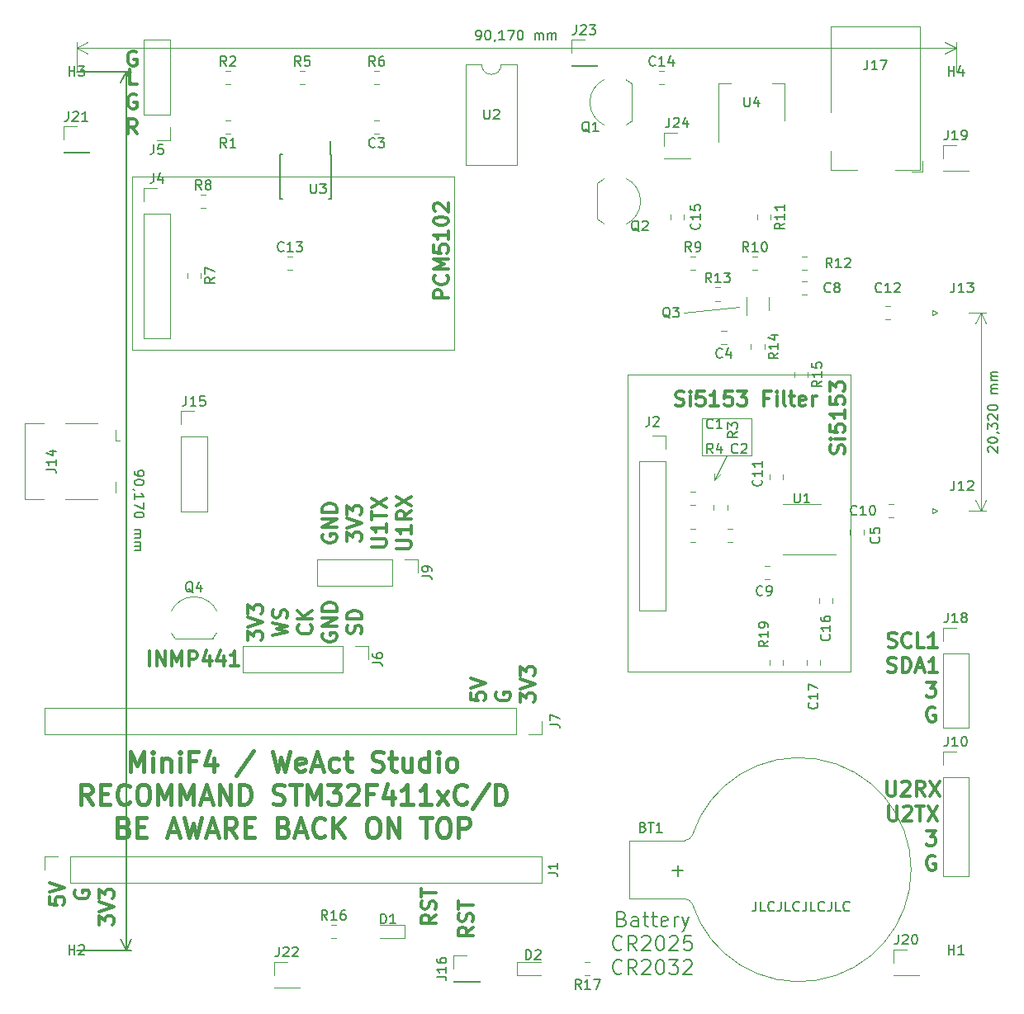
<source format=gbr>
G04 #@! TF.GenerationSoftware,KiCad,Pcbnew,5.1.4+dfsg1-1*
G04 #@! TF.CreationDate,2020-04-17T13:22:44+02:00*
G04 #@! TF.ProjectId,Transceiver,5472616e-7363-4656-9976-65722e6b6963,rev?*
G04 #@! TF.SameCoordinates,Original*
G04 #@! TF.FileFunction,Legend,Top*
G04 #@! TF.FilePolarity,Positive*
%FSLAX46Y46*%
G04 Gerber Fmt 4.6, Leading zero omitted, Abs format (unit mm)*
G04 Created by KiCad (PCBNEW 5.1.4+dfsg1-1) date 2020-04-17 13:22:44*
%MOMM*%
%LPD*%
G04 APERTURE LIST*
%ADD10C,0.150000*%
%ADD11C,0.300000*%
%ADD12C,0.120000*%
%ADD13C,0.200000*%
%ADD14C,0.400000*%
G04 APERTURE END LIST*
D10*
X123650952Y-145502380D02*
X123650952Y-146216666D01*
X123603333Y-146359523D01*
X123508095Y-146454761D01*
X123365238Y-146502380D01*
X123270000Y-146502380D01*
X124603333Y-146502380D02*
X124127142Y-146502380D01*
X124127142Y-145502380D01*
X125508095Y-146407142D02*
X125460476Y-146454761D01*
X125317619Y-146502380D01*
X125222380Y-146502380D01*
X125079523Y-146454761D01*
X124984285Y-146359523D01*
X124936666Y-146264285D01*
X124889047Y-146073809D01*
X124889047Y-145930952D01*
X124936666Y-145740476D01*
X124984285Y-145645238D01*
X125079523Y-145550000D01*
X125222380Y-145502380D01*
X125317619Y-145502380D01*
X125460476Y-145550000D01*
X125508095Y-145597619D01*
X126222380Y-145502380D02*
X126222380Y-146216666D01*
X126174761Y-146359523D01*
X126079523Y-146454761D01*
X125936666Y-146502380D01*
X125841428Y-146502380D01*
X127174761Y-146502380D02*
X126698571Y-146502380D01*
X126698571Y-145502380D01*
X128079523Y-146407142D02*
X128031904Y-146454761D01*
X127889047Y-146502380D01*
X127793809Y-146502380D01*
X127650952Y-146454761D01*
X127555714Y-146359523D01*
X127508095Y-146264285D01*
X127460476Y-146073809D01*
X127460476Y-145930952D01*
X127508095Y-145740476D01*
X127555714Y-145645238D01*
X127650952Y-145550000D01*
X127793809Y-145502380D01*
X127889047Y-145502380D01*
X128031904Y-145550000D01*
X128079523Y-145597619D01*
X128793809Y-145502380D02*
X128793809Y-146216666D01*
X128746190Y-146359523D01*
X128650952Y-146454761D01*
X128508095Y-146502380D01*
X128412857Y-146502380D01*
X129746190Y-146502380D02*
X129270000Y-146502380D01*
X129270000Y-145502380D01*
X130650952Y-146407142D02*
X130603333Y-146454761D01*
X130460476Y-146502380D01*
X130365238Y-146502380D01*
X130222380Y-146454761D01*
X130127142Y-146359523D01*
X130079523Y-146264285D01*
X130031904Y-146073809D01*
X130031904Y-145930952D01*
X130079523Y-145740476D01*
X130127142Y-145645238D01*
X130222380Y-145550000D01*
X130365238Y-145502380D01*
X130460476Y-145502380D01*
X130603333Y-145550000D01*
X130650952Y-145597619D01*
X131365238Y-145502380D02*
X131365238Y-146216666D01*
X131317619Y-146359523D01*
X131222380Y-146454761D01*
X131079523Y-146502380D01*
X130984285Y-146502380D01*
X132317619Y-146502380D02*
X131841428Y-146502380D01*
X131841428Y-145502380D01*
X133222380Y-146407142D02*
X133174761Y-146454761D01*
X133031904Y-146502380D01*
X132936666Y-146502380D01*
X132793809Y-146454761D01*
X132698571Y-146359523D01*
X132650952Y-146264285D01*
X132603333Y-146073809D01*
X132603333Y-145930952D01*
X132650952Y-145740476D01*
X132698571Y-145645238D01*
X132793809Y-145550000D01*
X132936666Y-145502380D01*
X133031904Y-145502380D01*
X133174761Y-145550000D01*
X133222380Y-145597619D01*
D11*
X137164285Y-121892142D02*
X137378571Y-121963571D01*
X137735714Y-121963571D01*
X137878571Y-121892142D01*
X137950000Y-121820714D01*
X138021428Y-121677857D01*
X138021428Y-121535000D01*
X137950000Y-121392142D01*
X137878571Y-121320714D01*
X137735714Y-121249285D01*
X137450000Y-121177857D01*
X137307142Y-121106428D01*
X137235714Y-121035000D01*
X137164285Y-120892142D01*
X137164285Y-120749285D01*
X137235714Y-120606428D01*
X137307142Y-120535000D01*
X137450000Y-120463571D01*
X137807142Y-120463571D01*
X138021428Y-120535000D01*
X138664285Y-121963571D02*
X138664285Y-120463571D01*
X139021428Y-120463571D01*
X139235714Y-120535000D01*
X139378571Y-120677857D01*
X139450000Y-120820714D01*
X139521428Y-121106428D01*
X139521428Y-121320714D01*
X139450000Y-121606428D01*
X139378571Y-121749285D01*
X139235714Y-121892142D01*
X139021428Y-121963571D01*
X138664285Y-121963571D01*
X140092857Y-121535000D02*
X140807142Y-121535000D01*
X139950000Y-121963571D02*
X140450000Y-120463571D01*
X140950000Y-121963571D01*
X142235714Y-121963571D02*
X141378571Y-121963571D01*
X141807142Y-121963571D02*
X141807142Y-120463571D01*
X141664285Y-120677857D01*
X141521428Y-120820714D01*
X141378571Y-120892142D01*
X141997857Y-125615000D02*
X141855000Y-125543571D01*
X141640714Y-125543571D01*
X141426428Y-125615000D01*
X141283571Y-125757857D01*
X141212142Y-125900714D01*
X141140714Y-126186428D01*
X141140714Y-126400714D01*
X141212142Y-126686428D01*
X141283571Y-126829285D01*
X141426428Y-126972142D01*
X141640714Y-127043571D01*
X141783571Y-127043571D01*
X141997857Y-126972142D01*
X142069285Y-126900714D01*
X142069285Y-126400714D01*
X141783571Y-126400714D01*
X141105000Y-123003571D02*
X142033571Y-123003571D01*
X141533571Y-123575000D01*
X141747857Y-123575000D01*
X141890714Y-123646428D01*
X141962142Y-123717857D01*
X142033571Y-123860714D01*
X142033571Y-124217857D01*
X141962142Y-124360714D01*
X141890714Y-124432142D01*
X141747857Y-124503571D01*
X141319285Y-124503571D01*
X141176428Y-124432142D01*
X141105000Y-124360714D01*
X137200000Y-119352142D02*
X137414285Y-119423571D01*
X137771428Y-119423571D01*
X137914285Y-119352142D01*
X137985714Y-119280714D01*
X138057142Y-119137857D01*
X138057142Y-118995000D01*
X137985714Y-118852142D01*
X137914285Y-118780714D01*
X137771428Y-118709285D01*
X137485714Y-118637857D01*
X137342857Y-118566428D01*
X137271428Y-118495000D01*
X137200000Y-118352142D01*
X137200000Y-118209285D01*
X137271428Y-118066428D01*
X137342857Y-117995000D01*
X137485714Y-117923571D01*
X137842857Y-117923571D01*
X138057142Y-117995000D01*
X139557142Y-119280714D02*
X139485714Y-119352142D01*
X139271428Y-119423571D01*
X139128571Y-119423571D01*
X138914285Y-119352142D01*
X138771428Y-119209285D01*
X138700000Y-119066428D01*
X138628571Y-118780714D01*
X138628571Y-118566428D01*
X138700000Y-118280714D01*
X138771428Y-118137857D01*
X138914285Y-117995000D01*
X139128571Y-117923571D01*
X139271428Y-117923571D01*
X139485714Y-117995000D01*
X139557142Y-118066428D01*
X140914285Y-119423571D02*
X140200000Y-119423571D01*
X140200000Y-117923571D01*
X142200000Y-119423571D02*
X141342857Y-119423571D01*
X141771428Y-119423571D02*
X141771428Y-117923571D01*
X141628571Y-118137857D01*
X141485714Y-118280714D01*
X141342857Y-118352142D01*
D10*
X59902619Y-101362380D02*
X59902619Y-101552857D01*
X59950238Y-101648095D01*
X59997857Y-101695714D01*
X60140714Y-101790952D01*
X60331190Y-101838571D01*
X60712142Y-101838571D01*
X60807380Y-101790952D01*
X60855000Y-101743333D01*
X60902619Y-101648095D01*
X60902619Y-101457619D01*
X60855000Y-101362380D01*
X60807380Y-101314761D01*
X60712142Y-101267142D01*
X60474047Y-101267142D01*
X60378809Y-101314761D01*
X60331190Y-101362380D01*
X60283571Y-101457619D01*
X60283571Y-101648095D01*
X60331190Y-101743333D01*
X60378809Y-101790952D01*
X60474047Y-101838571D01*
X60902619Y-102457619D02*
X60902619Y-102552857D01*
X60855000Y-102648095D01*
X60807380Y-102695714D01*
X60712142Y-102743333D01*
X60521666Y-102790952D01*
X60283571Y-102790952D01*
X60093095Y-102743333D01*
X59997857Y-102695714D01*
X59950238Y-102648095D01*
X59902619Y-102552857D01*
X59902619Y-102457619D01*
X59950238Y-102362380D01*
X59997857Y-102314761D01*
X60093095Y-102267142D01*
X60283571Y-102219523D01*
X60521666Y-102219523D01*
X60712142Y-102267142D01*
X60807380Y-102314761D01*
X60855000Y-102362380D01*
X60902619Y-102457619D01*
X59950238Y-103267142D02*
X59902619Y-103267142D01*
X59807380Y-103219523D01*
X59759761Y-103171904D01*
X59902619Y-104219523D02*
X59902619Y-103648095D01*
X59902619Y-103933809D02*
X60902619Y-103933809D01*
X60759761Y-103838571D01*
X60664523Y-103743333D01*
X60616904Y-103648095D01*
X60902619Y-104552857D02*
X60902619Y-105219523D01*
X59902619Y-104790952D01*
X60902619Y-105790952D02*
X60902619Y-105886190D01*
X60855000Y-105981428D01*
X60807380Y-106029047D01*
X60712142Y-106076666D01*
X60521666Y-106124285D01*
X60283571Y-106124285D01*
X60093095Y-106076666D01*
X59997857Y-106029047D01*
X59950238Y-105981428D01*
X59902619Y-105886190D01*
X59902619Y-105790952D01*
X59950238Y-105695714D01*
X59997857Y-105648095D01*
X60093095Y-105600476D01*
X60283571Y-105552857D01*
X60521666Y-105552857D01*
X60712142Y-105600476D01*
X60807380Y-105648095D01*
X60855000Y-105695714D01*
X60902619Y-105790952D01*
X59902619Y-107314761D02*
X60569285Y-107314761D01*
X60474047Y-107314761D02*
X60521666Y-107362380D01*
X60569285Y-107457619D01*
X60569285Y-107600476D01*
X60521666Y-107695714D01*
X60426428Y-107743333D01*
X59902619Y-107743333D01*
X60426428Y-107743333D02*
X60521666Y-107790952D01*
X60569285Y-107886190D01*
X60569285Y-108029047D01*
X60521666Y-108124285D01*
X60426428Y-108171904D01*
X59902619Y-108171904D01*
X59902619Y-108648095D02*
X60569285Y-108648095D01*
X60474047Y-108648095D02*
X60521666Y-108695714D01*
X60569285Y-108790952D01*
X60569285Y-108933809D01*
X60521666Y-109029047D01*
X60426428Y-109076666D01*
X59902619Y-109076666D01*
X60426428Y-109076666D02*
X60521666Y-109124285D01*
X60569285Y-109219523D01*
X60569285Y-109362380D01*
X60521666Y-109457619D01*
X60426428Y-109505238D01*
X59902619Y-109505238D01*
X59055000Y-60325000D02*
X59055000Y-150495000D01*
X53975000Y-60325000D02*
X59641421Y-60325000D01*
X53975000Y-150495000D02*
X59641421Y-150495000D01*
X59055000Y-150495000D02*
X58468579Y-149368496D01*
X59055000Y-150495000D02*
X59641421Y-149368496D01*
X59055000Y-60325000D02*
X58468579Y-61451504D01*
X59055000Y-60325000D02*
X59641421Y-61451504D01*
D11*
X141105000Y-138243571D02*
X142033571Y-138243571D01*
X141533571Y-138815000D01*
X141747857Y-138815000D01*
X141890714Y-138886428D01*
X141962142Y-138957857D01*
X142033571Y-139100714D01*
X142033571Y-139457857D01*
X141962142Y-139600714D01*
X141890714Y-139672142D01*
X141747857Y-139743571D01*
X141319285Y-139743571D01*
X141176428Y-139672142D01*
X141105000Y-139600714D01*
X141997857Y-140855000D02*
X141855000Y-140783571D01*
X141640714Y-140783571D01*
X141426428Y-140855000D01*
X141283571Y-140997857D01*
X141212142Y-141140714D01*
X141140714Y-141426428D01*
X141140714Y-141640714D01*
X141212142Y-141926428D01*
X141283571Y-142069285D01*
X141426428Y-142212142D01*
X141640714Y-142283571D01*
X141783571Y-142283571D01*
X141997857Y-142212142D01*
X142069285Y-142140714D01*
X142069285Y-141640714D01*
X141783571Y-141640714D01*
X99508571Y-125047142D02*
X99508571Y-124118571D01*
X100080000Y-124618571D01*
X100080000Y-124404285D01*
X100151428Y-124261428D01*
X100222857Y-124190000D01*
X100365714Y-124118571D01*
X100722857Y-124118571D01*
X100865714Y-124190000D01*
X100937142Y-124261428D01*
X101008571Y-124404285D01*
X101008571Y-124832857D01*
X100937142Y-124975714D01*
X100865714Y-125047142D01*
X99508571Y-123690000D02*
X101008571Y-123190000D01*
X99508571Y-122690000D01*
X99508571Y-122332857D02*
X99508571Y-121404285D01*
X100080000Y-121904285D01*
X100080000Y-121690000D01*
X100151428Y-121547142D01*
X100222857Y-121475714D01*
X100365714Y-121404285D01*
X100722857Y-121404285D01*
X100865714Y-121475714D01*
X100937142Y-121547142D01*
X101008571Y-121690000D01*
X101008571Y-122118571D01*
X100937142Y-122261428D01*
X100865714Y-122332857D01*
X94428571Y-124110714D02*
X94428571Y-124825000D01*
X95142857Y-124896428D01*
X95071428Y-124825000D01*
X95000000Y-124682142D01*
X95000000Y-124325000D01*
X95071428Y-124182142D01*
X95142857Y-124110714D01*
X95285714Y-124039285D01*
X95642857Y-124039285D01*
X95785714Y-124110714D01*
X95857142Y-124182142D01*
X95928571Y-124325000D01*
X95928571Y-124682142D01*
X95857142Y-124825000D01*
X95785714Y-124896428D01*
X94428571Y-123610714D02*
X95928571Y-123110714D01*
X94428571Y-122610714D01*
X97040000Y-124067142D02*
X96968571Y-124210000D01*
X96968571Y-124424285D01*
X97040000Y-124638571D01*
X97182857Y-124781428D01*
X97325714Y-124852857D01*
X97611428Y-124924285D01*
X97825714Y-124924285D01*
X98111428Y-124852857D01*
X98254285Y-124781428D01*
X98397142Y-124638571D01*
X98468571Y-124424285D01*
X98468571Y-124281428D01*
X98397142Y-124067142D01*
X98325714Y-123995714D01*
X97825714Y-123995714D01*
X97825714Y-124281428D01*
X60082857Y-62750000D02*
X59940000Y-62678571D01*
X59725714Y-62678571D01*
X59511428Y-62750000D01*
X59368571Y-62892857D01*
X59297142Y-63035714D01*
X59225714Y-63321428D01*
X59225714Y-63535714D01*
X59297142Y-63821428D01*
X59368571Y-63964285D01*
X59511428Y-64107142D01*
X59725714Y-64178571D01*
X59868571Y-64178571D01*
X60082857Y-64107142D01*
X60154285Y-64035714D01*
X60154285Y-63535714D01*
X59868571Y-63535714D01*
X60082857Y-58305000D02*
X59940000Y-58233571D01*
X59725714Y-58233571D01*
X59511428Y-58305000D01*
X59368571Y-58447857D01*
X59297142Y-58590714D01*
X59225714Y-58876428D01*
X59225714Y-59090714D01*
X59297142Y-59376428D01*
X59368571Y-59519285D01*
X59511428Y-59662142D01*
X59725714Y-59733571D01*
X59868571Y-59733571D01*
X60082857Y-59662142D01*
X60154285Y-59590714D01*
X60154285Y-59090714D01*
X59868571Y-59090714D01*
X60154285Y-66718571D02*
X59654285Y-66004285D01*
X59297142Y-66718571D02*
X59297142Y-65218571D01*
X59868571Y-65218571D01*
X60011428Y-65290000D01*
X60082857Y-65361428D01*
X60154285Y-65504285D01*
X60154285Y-65718571D01*
X60082857Y-65861428D01*
X60011428Y-65932857D01*
X59868571Y-66004285D01*
X59297142Y-66004285D01*
X60154285Y-61638571D02*
X59440000Y-61638571D01*
X59440000Y-60138571D01*
D12*
X116205000Y-85090000D02*
X121920000Y-84455000D01*
X119380000Y-102235000D02*
X120015000Y-101600000D01*
X119380000Y-101600000D02*
X119380000Y-102235000D01*
X119380000Y-102235000D02*
X119380000Y-101600000D01*
X120650000Y-99695000D02*
X119380000Y-102235000D01*
X123190000Y-95885000D02*
X118110000Y-95885000D01*
X123190000Y-99695000D02*
X123190000Y-95885000D01*
X118110000Y-99695000D02*
X123190000Y-99695000D01*
X118110000Y-95885000D02*
X118110000Y-99695000D01*
D13*
X109922857Y-147302857D02*
X110137142Y-147374285D01*
X110208571Y-147445714D01*
X110280000Y-147588571D01*
X110280000Y-147802857D01*
X110208571Y-147945714D01*
X110137142Y-148017142D01*
X109994285Y-148088571D01*
X109422857Y-148088571D01*
X109422857Y-146588571D01*
X109922857Y-146588571D01*
X110065714Y-146660000D01*
X110137142Y-146731428D01*
X110208571Y-146874285D01*
X110208571Y-147017142D01*
X110137142Y-147160000D01*
X110065714Y-147231428D01*
X109922857Y-147302857D01*
X109422857Y-147302857D01*
X111565714Y-148088571D02*
X111565714Y-147302857D01*
X111494285Y-147160000D01*
X111351428Y-147088571D01*
X111065714Y-147088571D01*
X110922857Y-147160000D01*
X111565714Y-148017142D02*
X111422857Y-148088571D01*
X111065714Y-148088571D01*
X110922857Y-148017142D01*
X110851428Y-147874285D01*
X110851428Y-147731428D01*
X110922857Y-147588571D01*
X111065714Y-147517142D01*
X111422857Y-147517142D01*
X111565714Y-147445714D01*
X112065714Y-147088571D02*
X112637142Y-147088571D01*
X112280000Y-146588571D02*
X112280000Y-147874285D01*
X112351428Y-148017142D01*
X112494285Y-148088571D01*
X112637142Y-148088571D01*
X112922857Y-147088571D02*
X113494285Y-147088571D01*
X113137142Y-146588571D02*
X113137142Y-147874285D01*
X113208571Y-148017142D01*
X113351428Y-148088571D01*
X113494285Y-148088571D01*
X114565714Y-148017142D02*
X114422857Y-148088571D01*
X114137142Y-148088571D01*
X113994285Y-148017142D01*
X113922857Y-147874285D01*
X113922857Y-147302857D01*
X113994285Y-147160000D01*
X114137142Y-147088571D01*
X114422857Y-147088571D01*
X114565714Y-147160000D01*
X114637142Y-147302857D01*
X114637142Y-147445714D01*
X113922857Y-147588571D01*
X115280000Y-148088571D02*
X115280000Y-147088571D01*
X115280000Y-147374285D02*
X115351428Y-147231428D01*
X115422857Y-147160000D01*
X115565714Y-147088571D01*
X115708571Y-147088571D01*
X116065714Y-147088571D02*
X116422857Y-148088571D01*
X116780000Y-147088571D02*
X116422857Y-148088571D01*
X116280000Y-148445714D01*
X116208571Y-148517142D01*
X116065714Y-148588571D01*
X109887142Y-150395714D02*
X109815714Y-150467142D01*
X109601428Y-150538571D01*
X109458571Y-150538571D01*
X109244285Y-150467142D01*
X109101428Y-150324285D01*
X109030000Y-150181428D01*
X108958571Y-149895714D01*
X108958571Y-149681428D01*
X109030000Y-149395714D01*
X109101428Y-149252857D01*
X109244285Y-149110000D01*
X109458571Y-149038571D01*
X109601428Y-149038571D01*
X109815714Y-149110000D01*
X109887142Y-149181428D01*
X111387142Y-150538571D02*
X110887142Y-149824285D01*
X110530000Y-150538571D02*
X110530000Y-149038571D01*
X111101428Y-149038571D01*
X111244285Y-149110000D01*
X111315714Y-149181428D01*
X111387142Y-149324285D01*
X111387142Y-149538571D01*
X111315714Y-149681428D01*
X111244285Y-149752857D01*
X111101428Y-149824285D01*
X110530000Y-149824285D01*
X111958571Y-149181428D02*
X112030000Y-149110000D01*
X112172857Y-149038571D01*
X112530000Y-149038571D01*
X112672857Y-149110000D01*
X112744285Y-149181428D01*
X112815714Y-149324285D01*
X112815714Y-149467142D01*
X112744285Y-149681428D01*
X111887142Y-150538571D01*
X112815714Y-150538571D01*
X113744285Y-149038571D02*
X113887142Y-149038571D01*
X114030000Y-149110000D01*
X114101428Y-149181428D01*
X114172857Y-149324285D01*
X114244285Y-149610000D01*
X114244285Y-149967142D01*
X114172857Y-150252857D01*
X114101428Y-150395714D01*
X114030000Y-150467142D01*
X113887142Y-150538571D01*
X113744285Y-150538571D01*
X113601428Y-150467142D01*
X113530000Y-150395714D01*
X113458571Y-150252857D01*
X113387142Y-149967142D01*
X113387142Y-149610000D01*
X113458571Y-149324285D01*
X113530000Y-149181428D01*
X113601428Y-149110000D01*
X113744285Y-149038571D01*
X114815714Y-149181428D02*
X114887142Y-149110000D01*
X115030000Y-149038571D01*
X115387142Y-149038571D01*
X115530000Y-149110000D01*
X115601428Y-149181428D01*
X115672857Y-149324285D01*
X115672857Y-149467142D01*
X115601428Y-149681428D01*
X114744285Y-150538571D01*
X115672857Y-150538571D01*
X117030000Y-149038571D02*
X116315714Y-149038571D01*
X116244285Y-149752857D01*
X116315714Y-149681428D01*
X116458571Y-149610000D01*
X116815714Y-149610000D01*
X116958571Y-149681428D01*
X117030000Y-149752857D01*
X117101428Y-149895714D01*
X117101428Y-150252857D01*
X117030000Y-150395714D01*
X116958571Y-150467142D01*
X116815714Y-150538571D01*
X116458571Y-150538571D01*
X116315714Y-150467142D01*
X116244285Y-150395714D01*
X109887142Y-152845714D02*
X109815714Y-152917142D01*
X109601428Y-152988571D01*
X109458571Y-152988571D01*
X109244285Y-152917142D01*
X109101428Y-152774285D01*
X109030000Y-152631428D01*
X108958571Y-152345714D01*
X108958571Y-152131428D01*
X109030000Y-151845714D01*
X109101428Y-151702857D01*
X109244285Y-151560000D01*
X109458571Y-151488571D01*
X109601428Y-151488571D01*
X109815714Y-151560000D01*
X109887142Y-151631428D01*
X111387142Y-152988571D02*
X110887142Y-152274285D01*
X110530000Y-152988571D02*
X110530000Y-151488571D01*
X111101428Y-151488571D01*
X111244285Y-151560000D01*
X111315714Y-151631428D01*
X111387142Y-151774285D01*
X111387142Y-151988571D01*
X111315714Y-152131428D01*
X111244285Y-152202857D01*
X111101428Y-152274285D01*
X110530000Y-152274285D01*
X111958571Y-151631428D02*
X112030000Y-151560000D01*
X112172857Y-151488571D01*
X112530000Y-151488571D01*
X112672857Y-151560000D01*
X112744285Y-151631428D01*
X112815714Y-151774285D01*
X112815714Y-151917142D01*
X112744285Y-152131428D01*
X111887142Y-152988571D01*
X112815714Y-152988571D01*
X113744285Y-151488571D02*
X113887142Y-151488571D01*
X114030000Y-151560000D01*
X114101428Y-151631428D01*
X114172857Y-151774285D01*
X114244285Y-152060000D01*
X114244285Y-152417142D01*
X114172857Y-152702857D01*
X114101428Y-152845714D01*
X114030000Y-152917142D01*
X113887142Y-152988571D01*
X113744285Y-152988571D01*
X113601428Y-152917142D01*
X113530000Y-152845714D01*
X113458571Y-152702857D01*
X113387142Y-152417142D01*
X113387142Y-152060000D01*
X113458571Y-151774285D01*
X113530000Y-151631428D01*
X113601428Y-151560000D01*
X113744285Y-151488571D01*
X114744285Y-151488571D02*
X115672857Y-151488571D01*
X115172857Y-152060000D01*
X115387142Y-152060000D01*
X115530000Y-152131428D01*
X115601428Y-152202857D01*
X115672857Y-152345714D01*
X115672857Y-152702857D01*
X115601428Y-152845714D01*
X115530000Y-152917142D01*
X115387142Y-152988571D01*
X114958571Y-152988571D01*
X114815714Y-152917142D01*
X114744285Y-152845714D01*
X116244285Y-151631428D02*
X116315714Y-151560000D01*
X116458571Y-151488571D01*
X116815714Y-151488571D01*
X116958571Y-151560000D01*
X117030000Y-151631428D01*
X117101428Y-151774285D01*
X117101428Y-151917142D01*
X117030000Y-152131428D01*
X116172857Y-152988571D01*
X117101428Y-152988571D01*
D11*
X56328571Y-147907142D02*
X56328571Y-146978571D01*
X56900000Y-147478571D01*
X56900000Y-147264285D01*
X56971428Y-147121428D01*
X57042857Y-147050000D01*
X57185714Y-146978571D01*
X57542857Y-146978571D01*
X57685714Y-147050000D01*
X57757142Y-147121428D01*
X57828571Y-147264285D01*
X57828571Y-147692857D01*
X57757142Y-147835714D01*
X57685714Y-147907142D01*
X56328571Y-146550000D02*
X57828571Y-146050000D01*
X56328571Y-145550000D01*
X56328571Y-145192857D02*
X56328571Y-144264285D01*
X56900000Y-144764285D01*
X56900000Y-144550000D01*
X56971428Y-144407142D01*
X57042857Y-144335714D01*
X57185714Y-144264285D01*
X57542857Y-144264285D01*
X57685714Y-144335714D01*
X57757142Y-144407142D01*
X57828571Y-144550000D01*
X57828571Y-144978571D01*
X57757142Y-145121428D01*
X57685714Y-145192857D01*
X53860000Y-144387142D02*
X53788571Y-144530000D01*
X53788571Y-144744285D01*
X53860000Y-144958571D01*
X54002857Y-145101428D01*
X54145714Y-145172857D01*
X54431428Y-145244285D01*
X54645714Y-145244285D01*
X54931428Y-145172857D01*
X55074285Y-145101428D01*
X55217142Y-144958571D01*
X55288571Y-144744285D01*
X55288571Y-144601428D01*
X55217142Y-144387142D01*
X55145714Y-144315714D01*
X54645714Y-144315714D01*
X54645714Y-144601428D01*
X51248571Y-145065714D02*
X51248571Y-145780000D01*
X51962857Y-145851428D01*
X51891428Y-145780000D01*
X51820000Y-145637142D01*
X51820000Y-145280000D01*
X51891428Y-145137142D01*
X51962857Y-145065714D01*
X52105714Y-144994285D01*
X52462857Y-144994285D01*
X52605714Y-145065714D01*
X52677142Y-145137142D01*
X52748571Y-145280000D01*
X52748571Y-145637142D01*
X52677142Y-145780000D01*
X52605714Y-145851428D01*
X51248571Y-144565714D02*
X52748571Y-144065714D01*
X51248571Y-143565714D01*
X90848571Y-146871428D02*
X90134285Y-147371428D01*
X90848571Y-147728571D02*
X89348571Y-147728571D01*
X89348571Y-147157142D01*
X89420000Y-147014285D01*
X89491428Y-146942857D01*
X89634285Y-146871428D01*
X89848571Y-146871428D01*
X89991428Y-146942857D01*
X90062857Y-147014285D01*
X90134285Y-147157142D01*
X90134285Y-147728571D01*
X90777142Y-146300000D02*
X90848571Y-146085714D01*
X90848571Y-145728571D01*
X90777142Y-145585714D01*
X90705714Y-145514285D01*
X90562857Y-145442857D01*
X90420000Y-145442857D01*
X90277142Y-145514285D01*
X90205714Y-145585714D01*
X90134285Y-145728571D01*
X90062857Y-146014285D01*
X89991428Y-146157142D01*
X89920000Y-146228571D01*
X89777142Y-146300000D01*
X89634285Y-146300000D01*
X89491428Y-146228571D01*
X89420000Y-146157142D01*
X89348571Y-146014285D01*
X89348571Y-145657142D01*
X89420000Y-145442857D01*
X89348571Y-145014285D02*
X89348571Y-144157142D01*
X90848571Y-144585714D02*
X89348571Y-144585714D01*
D14*
X59533333Y-132124761D02*
X59533333Y-130124761D01*
X60199999Y-131553333D01*
X60866666Y-130124761D01*
X60866666Y-132124761D01*
X61819047Y-132124761D02*
X61819047Y-130791428D01*
X61819047Y-130124761D02*
X61723809Y-130220000D01*
X61819047Y-130315238D01*
X61914285Y-130220000D01*
X61819047Y-130124761D01*
X61819047Y-130315238D01*
X62771428Y-130791428D02*
X62771428Y-132124761D01*
X62771428Y-130981904D02*
X62866666Y-130886666D01*
X63057142Y-130791428D01*
X63342857Y-130791428D01*
X63533333Y-130886666D01*
X63628571Y-131077142D01*
X63628571Y-132124761D01*
X64580952Y-132124761D02*
X64580952Y-130791428D01*
X64580952Y-130124761D02*
X64485714Y-130220000D01*
X64580952Y-130315238D01*
X64676190Y-130220000D01*
X64580952Y-130124761D01*
X64580952Y-130315238D01*
X66199999Y-131077142D02*
X65533333Y-131077142D01*
X65533333Y-132124761D02*
X65533333Y-130124761D01*
X66485714Y-130124761D01*
X68104761Y-130791428D02*
X68104761Y-132124761D01*
X67628571Y-130029523D02*
X67152380Y-131458095D01*
X68390476Y-131458095D01*
X72104761Y-130029523D02*
X70390476Y-132600952D01*
X74104761Y-130124761D02*
X74580952Y-132124761D01*
X74961904Y-130696190D01*
X75342857Y-132124761D01*
X75819047Y-130124761D01*
X77342857Y-132029523D02*
X77152380Y-132124761D01*
X76771428Y-132124761D01*
X76580952Y-132029523D01*
X76485714Y-131839047D01*
X76485714Y-131077142D01*
X76580952Y-130886666D01*
X76771428Y-130791428D01*
X77152380Y-130791428D01*
X77342857Y-130886666D01*
X77438095Y-131077142D01*
X77438095Y-131267619D01*
X76485714Y-131458095D01*
X78199999Y-131553333D02*
X79152380Y-131553333D01*
X78009523Y-132124761D02*
X78676190Y-130124761D01*
X79342857Y-132124761D01*
X80866666Y-132029523D02*
X80676190Y-132124761D01*
X80295238Y-132124761D01*
X80104761Y-132029523D01*
X80009523Y-131934285D01*
X79914285Y-131743809D01*
X79914285Y-131172380D01*
X80009523Y-130981904D01*
X80104761Y-130886666D01*
X80295238Y-130791428D01*
X80676190Y-130791428D01*
X80866666Y-130886666D01*
X81438095Y-130791428D02*
X82199999Y-130791428D01*
X81723809Y-130124761D02*
X81723809Y-131839047D01*
X81819047Y-132029523D01*
X82009523Y-132124761D01*
X82199999Y-132124761D01*
X84295238Y-132029523D02*
X84580952Y-132124761D01*
X85057142Y-132124761D01*
X85247619Y-132029523D01*
X85342857Y-131934285D01*
X85438095Y-131743809D01*
X85438095Y-131553333D01*
X85342857Y-131362857D01*
X85247619Y-131267619D01*
X85057142Y-131172380D01*
X84676190Y-131077142D01*
X84485714Y-130981904D01*
X84390476Y-130886666D01*
X84295238Y-130696190D01*
X84295238Y-130505714D01*
X84390476Y-130315238D01*
X84485714Y-130220000D01*
X84676190Y-130124761D01*
X85152380Y-130124761D01*
X85438095Y-130220000D01*
X86009523Y-130791428D02*
X86771428Y-130791428D01*
X86295238Y-130124761D02*
X86295238Y-131839047D01*
X86390476Y-132029523D01*
X86580952Y-132124761D01*
X86771428Y-132124761D01*
X88295238Y-130791428D02*
X88295238Y-132124761D01*
X87438095Y-130791428D02*
X87438095Y-131839047D01*
X87533333Y-132029523D01*
X87723809Y-132124761D01*
X88009523Y-132124761D01*
X88199999Y-132029523D01*
X88295238Y-131934285D01*
X90104761Y-132124761D02*
X90104761Y-130124761D01*
X90104761Y-132029523D02*
X89914285Y-132124761D01*
X89533333Y-132124761D01*
X89342857Y-132029523D01*
X89247619Y-131934285D01*
X89152380Y-131743809D01*
X89152380Y-131172380D01*
X89247619Y-130981904D01*
X89342857Y-130886666D01*
X89533333Y-130791428D01*
X89914285Y-130791428D01*
X90104761Y-130886666D01*
X91057142Y-132124761D02*
X91057142Y-130791428D01*
X91057142Y-130124761D02*
X90961904Y-130220000D01*
X91057142Y-130315238D01*
X91152380Y-130220000D01*
X91057142Y-130124761D01*
X91057142Y-130315238D01*
X92295238Y-132124761D02*
X92104761Y-132029523D01*
X92009523Y-131934285D01*
X91914285Y-131743809D01*
X91914285Y-131172380D01*
X92009523Y-130981904D01*
X92104761Y-130886666D01*
X92295238Y-130791428D01*
X92580952Y-130791428D01*
X92771428Y-130886666D01*
X92866666Y-130981904D01*
X92961904Y-131172380D01*
X92961904Y-131743809D01*
X92866666Y-131934285D01*
X92771428Y-132029523D01*
X92580952Y-132124761D01*
X92295238Y-132124761D01*
X55580952Y-135524761D02*
X54914285Y-134572380D01*
X54438095Y-135524761D02*
X54438095Y-133524761D01*
X55200000Y-133524761D01*
X55390476Y-133620000D01*
X55485714Y-133715238D01*
X55580952Y-133905714D01*
X55580952Y-134191428D01*
X55485714Y-134381904D01*
X55390476Y-134477142D01*
X55200000Y-134572380D01*
X54438095Y-134572380D01*
X56438095Y-134477142D02*
X57104761Y-134477142D01*
X57390476Y-135524761D02*
X56438095Y-135524761D01*
X56438095Y-133524761D01*
X57390476Y-133524761D01*
X59390476Y-135334285D02*
X59295238Y-135429523D01*
X59009523Y-135524761D01*
X58819047Y-135524761D01*
X58533333Y-135429523D01*
X58342857Y-135239047D01*
X58247619Y-135048571D01*
X58152380Y-134667619D01*
X58152380Y-134381904D01*
X58247619Y-134000952D01*
X58342857Y-133810476D01*
X58533333Y-133620000D01*
X58819047Y-133524761D01*
X59009523Y-133524761D01*
X59295238Y-133620000D01*
X59390476Y-133715238D01*
X60628571Y-133524761D02*
X61009523Y-133524761D01*
X61200000Y-133620000D01*
X61390476Y-133810476D01*
X61485714Y-134191428D01*
X61485714Y-134858095D01*
X61390476Y-135239047D01*
X61200000Y-135429523D01*
X61009523Y-135524761D01*
X60628571Y-135524761D01*
X60438095Y-135429523D01*
X60247619Y-135239047D01*
X60152380Y-134858095D01*
X60152380Y-134191428D01*
X60247619Y-133810476D01*
X60438095Y-133620000D01*
X60628571Y-133524761D01*
X62342857Y-135524761D02*
X62342857Y-133524761D01*
X63009523Y-134953333D01*
X63676190Y-133524761D01*
X63676190Y-135524761D01*
X64628571Y-135524761D02*
X64628571Y-133524761D01*
X65295238Y-134953333D01*
X65961904Y-133524761D01*
X65961904Y-135524761D01*
X66819047Y-134953333D02*
X67771428Y-134953333D01*
X66628571Y-135524761D02*
X67295238Y-133524761D01*
X67961904Y-135524761D01*
X68628571Y-135524761D02*
X68628571Y-133524761D01*
X69771428Y-135524761D01*
X69771428Y-133524761D01*
X70723809Y-135524761D02*
X70723809Y-133524761D01*
X71200000Y-133524761D01*
X71485714Y-133620000D01*
X71676190Y-133810476D01*
X71771428Y-134000952D01*
X71866666Y-134381904D01*
X71866666Y-134667619D01*
X71771428Y-135048571D01*
X71676190Y-135239047D01*
X71485714Y-135429523D01*
X71200000Y-135524761D01*
X70723809Y-135524761D01*
X74152380Y-135429523D02*
X74438095Y-135524761D01*
X74914285Y-135524761D01*
X75104761Y-135429523D01*
X75200000Y-135334285D01*
X75295238Y-135143809D01*
X75295238Y-134953333D01*
X75200000Y-134762857D01*
X75104761Y-134667619D01*
X74914285Y-134572380D01*
X74533333Y-134477142D01*
X74342857Y-134381904D01*
X74247619Y-134286666D01*
X74152380Y-134096190D01*
X74152380Y-133905714D01*
X74247619Y-133715238D01*
X74342857Y-133620000D01*
X74533333Y-133524761D01*
X75009523Y-133524761D01*
X75295238Y-133620000D01*
X75866666Y-133524761D02*
X77009523Y-133524761D01*
X76438095Y-135524761D02*
X76438095Y-133524761D01*
X77676190Y-135524761D02*
X77676190Y-133524761D01*
X78342857Y-134953333D01*
X79009523Y-133524761D01*
X79009523Y-135524761D01*
X79771428Y-133524761D02*
X81009523Y-133524761D01*
X80342857Y-134286666D01*
X80628571Y-134286666D01*
X80819047Y-134381904D01*
X80914285Y-134477142D01*
X81009523Y-134667619D01*
X81009523Y-135143809D01*
X80914285Y-135334285D01*
X80819047Y-135429523D01*
X80628571Y-135524761D01*
X80057142Y-135524761D01*
X79866666Y-135429523D01*
X79771428Y-135334285D01*
X81771428Y-133715238D02*
X81866666Y-133620000D01*
X82057142Y-133524761D01*
X82533333Y-133524761D01*
X82723809Y-133620000D01*
X82819047Y-133715238D01*
X82914285Y-133905714D01*
X82914285Y-134096190D01*
X82819047Y-134381904D01*
X81676190Y-135524761D01*
X82914285Y-135524761D01*
X84438095Y-134477142D02*
X83771428Y-134477142D01*
X83771428Y-135524761D02*
X83771428Y-133524761D01*
X84723809Y-133524761D01*
X86342857Y-134191428D02*
X86342857Y-135524761D01*
X85866666Y-133429523D02*
X85390476Y-134858095D01*
X86628571Y-134858095D01*
X88438095Y-135524761D02*
X87295238Y-135524761D01*
X87866666Y-135524761D02*
X87866666Y-133524761D01*
X87676190Y-133810476D01*
X87485714Y-134000952D01*
X87295238Y-134096190D01*
X90342857Y-135524761D02*
X89199999Y-135524761D01*
X89771428Y-135524761D02*
X89771428Y-133524761D01*
X89580952Y-133810476D01*
X89390476Y-134000952D01*
X89199999Y-134096190D01*
X91009523Y-135524761D02*
X92057142Y-134191428D01*
X91009523Y-134191428D02*
X92057142Y-135524761D01*
X93961904Y-135334285D02*
X93866666Y-135429523D01*
X93580952Y-135524761D01*
X93390476Y-135524761D01*
X93104761Y-135429523D01*
X92914285Y-135239047D01*
X92819047Y-135048571D01*
X92723809Y-134667619D01*
X92723809Y-134381904D01*
X92819047Y-134000952D01*
X92914285Y-133810476D01*
X93104761Y-133620000D01*
X93390476Y-133524761D01*
X93580952Y-133524761D01*
X93866666Y-133620000D01*
X93961904Y-133715238D01*
X96247619Y-133429523D02*
X94533333Y-136000952D01*
X96914285Y-135524761D02*
X96914285Y-133524761D01*
X97390476Y-133524761D01*
X97676190Y-133620000D01*
X97866666Y-133810476D01*
X97961904Y-134000952D01*
X98057142Y-134381904D01*
X98057142Y-134667619D01*
X97961904Y-135048571D01*
X97866666Y-135239047D01*
X97676190Y-135429523D01*
X97390476Y-135524761D01*
X96914285Y-135524761D01*
X58866666Y-137877142D02*
X59152380Y-137972380D01*
X59247619Y-138067619D01*
X59342857Y-138258095D01*
X59342857Y-138543809D01*
X59247619Y-138734285D01*
X59152380Y-138829523D01*
X58961904Y-138924761D01*
X58200000Y-138924761D01*
X58200000Y-136924761D01*
X58866666Y-136924761D01*
X59057142Y-137020000D01*
X59152380Y-137115238D01*
X59247619Y-137305714D01*
X59247619Y-137496190D01*
X59152380Y-137686666D01*
X59057142Y-137781904D01*
X58866666Y-137877142D01*
X58200000Y-137877142D01*
X60200000Y-137877142D02*
X60866666Y-137877142D01*
X61152380Y-138924761D02*
X60200000Y-138924761D01*
X60200000Y-136924761D01*
X61152380Y-136924761D01*
X63438095Y-138353333D02*
X64390476Y-138353333D01*
X63247619Y-138924761D02*
X63914285Y-136924761D01*
X64580952Y-138924761D01*
X65057142Y-136924761D02*
X65533333Y-138924761D01*
X65914285Y-137496190D01*
X66295238Y-138924761D01*
X66771428Y-136924761D01*
X67438095Y-138353333D02*
X68390476Y-138353333D01*
X67247619Y-138924761D02*
X67914285Y-136924761D01*
X68580952Y-138924761D01*
X70390476Y-138924761D02*
X69723809Y-137972380D01*
X69247619Y-138924761D02*
X69247619Y-136924761D01*
X70009523Y-136924761D01*
X70200000Y-137020000D01*
X70295238Y-137115238D01*
X70390476Y-137305714D01*
X70390476Y-137591428D01*
X70295238Y-137781904D01*
X70200000Y-137877142D01*
X70009523Y-137972380D01*
X69247619Y-137972380D01*
X71247619Y-137877142D02*
X71914285Y-137877142D01*
X72200000Y-138924761D02*
X71247619Y-138924761D01*
X71247619Y-136924761D01*
X72200000Y-136924761D01*
X75247619Y-137877142D02*
X75533333Y-137972380D01*
X75628571Y-138067619D01*
X75723809Y-138258095D01*
X75723809Y-138543809D01*
X75628571Y-138734285D01*
X75533333Y-138829523D01*
X75342857Y-138924761D01*
X74580952Y-138924761D01*
X74580952Y-136924761D01*
X75247619Y-136924761D01*
X75438095Y-137020000D01*
X75533333Y-137115238D01*
X75628571Y-137305714D01*
X75628571Y-137496190D01*
X75533333Y-137686666D01*
X75438095Y-137781904D01*
X75247619Y-137877142D01*
X74580952Y-137877142D01*
X76485714Y-138353333D02*
X77438095Y-138353333D01*
X76295238Y-138924761D02*
X76961904Y-136924761D01*
X77628571Y-138924761D01*
X79438095Y-138734285D02*
X79342857Y-138829523D01*
X79057142Y-138924761D01*
X78866666Y-138924761D01*
X78580952Y-138829523D01*
X78390476Y-138639047D01*
X78295238Y-138448571D01*
X78200000Y-138067619D01*
X78200000Y-137781904D01*
X78295238Y-137400952D01*
X78390476Y-137210476D01*
X78580952Y-137020000D01*
X78866666Y-136924761D01*
X79057142Y-136924761D01*
X79342857Y-137020000D01*
X79438095Y-137115238D01*
X80295238Y-138924761D02*
X80295238Y-136924761D01*
X81438095Y-138924761D02*
X80580952Y-137781904D01*
X81438095Y-136924761D02*
X80295238Y-138067619D01*
X84200000Y-136924761D02*
X84580952Y-136924761D01*
X84771428Y-137020000D01*
X84961904Y-137210476D01*
X85057142Y-137591428D01*
X85057142Y-138258095D01*
X84961904Y-138639047D01*
X84771428Y-138829523D01*
X84580952Y-138924761D01*
X84200000Y-138924761D01*
X84009523Y-138829523D01*
X83819047Y-138639047D01*
X83723809Y-138258095D01*
X83723809Y-137591428D01*
X83819047Y-137210476D01*
X84009523Y-137020000D01*
X84200000Y-136924761D01*
X85914285Y-138924761D02*
X85914285Y-136924761D01*
X87057142Y-138924761D01*
X87057142Y-136924761D01*
X89247619Y-136924761D02*
X90390476Y-136924761D01*
X89819047Y-138924761D02*
X89819047Y-136924761D01*
X91438095Y-136924761D02*
X91819047Y-136924761D01*
X92009523Y-137020000D01*
X92199999Y-137210476D01*
X92295238Y-137591428D01*
X92295238Y-138258095D01*
X92199999Y-138639047D01*
X92009523Y-138829523D01*
X91819047Y-138924761D01*
X91438095Y-138924761D01*
X91247619Y-138829523D01*
X91057142Y-138639047D01*
X90961904Y-138258095D01*
X90961904Y-137591428D01*
X91057142Y-137210476D01*
X91247619Y-137020000D01*
X91438095Y-136924761D01*
X93152380Y-138924761D02*
X93152380Y-136924761D01*
X93914285Y-136924761D01*
X94104761Y-137020000D01*
X94199999Y-137115238D01*
X94295238Y-137305714D01*
X94295238Y-137591428D01*
X94199999Y-137781904D01*
X94104761Y-137877142D01*
X93914285Y-137972380D01*
X93152380Y-137972380D01*
D10*
X147502619Y-99392857D02*
X147455000Y-99345238D01*
X147407380Y-99250000D01*
X147407380Y-99011904D01*
X147455000Y-98916666D01*
X147502619Y-98869047D01*
X147597857Y-98821428D01*
X147693095Y-98821428D01*
X147835952Y-98869047D01*
X148407380Y-99440476D01*
X148407380Y-98821428D01*
X147407380Y-98202380D02*
X147407380Y-98107142D01*
X147455000Y-98011904D01*
X147502619Y-97964285D01*
X147597857Y-97916666D01*
X147788333Y-97869047D01*
X148026428Y-97869047D01*
X148216904Y-97916666D01*
X148312142Y-97964285D01*
X148359761Y-98011904D01*
X148407380Y-98107142D01*
X148407380Y-98202380D01*
X148359761Y-98297619D01*
X148312142Y-98345238D01*
X148216904Y-98392857D01*
X148026428Y-98440476D01*
X147788333Y-98440476D01*
X147597857Y-98392857D01*
X147502619Y-98345238D01*
X147455000Y-98297619D01*
X147407380Y-98202380D01*
X148359761Y-97392857D02*
X148407380Y-97392857D01*
X148502619Y-97440476D01*
X148550238Y-97488095D01*
X147407380Y-97059523D02*
X147407380Y-96440476D01*
X147788333Y-96773809D01*
X147788333Y-96630952D01*
X147835952Y-96535714D01*
X147883571Y-96488095D01*
X147978809Y-96440476D01*
X148216904Y-96440476D01*
X148312142Y-96488095D01*
X148359761Y-96535714D01*
X148407380Y-96630952D01*
X148407380Y-96916666D01*
X148359761Y-97011904D01*
X148312142Y-97059523D01*
X147502619Y-96059523D02*
X147455000Y-96011904D01*
X147407380Y-95916666D01*
X147407380Y-95678571D01*
X147455000Y-95583333D01*
X147502619Y-95535714D01*
X147597857Y-95488095D01*
X147693095Y-95488095D01*
X147835952Y-95535714D01*
X148407380Y-96107142D01*
X148407380Y-95488095D01*
X147407380Y-94869047D02*
X147407380Y-94773809D01*
X147455000Y-94678571D01*
X147502619Y-94630952D01*
X147597857Y-94583333D01*
X147788333Y-94535714D01*
X148026428Y-94535714D01*
X148216904Y-94583333D01*
X148312142Y-94630952D01*
X148359761Y-94678571D01*
X148407380Y-94773809D01*
X148407380Y-94869047D01*
X148359761Y-94964285D01*
X148312142Y-95011904D01*
X148216904Y-95059523D01*
X148026428Y-95107142D01*
X147788333Y-95107142D01*
X147597857Y-95059523D01*
X147502619Y-95011904D01*
X147455000Y-94964285D01*
X147407380Y-94869047D01*
X148407380Y-93345238D02*
X147740714Y-93345238D01*
X147835952Y-93345238D02*
X147788333Y-93297619D01*
X147740714Y-93202380D01*
X147740714Y-93059523D01*
X147788333Y-92964285D01*
X147883571Y-92916666D01*
X148407380Y-92916666D01*
X147883571Y-92916666D02*
X147788333Y-92869047D01*
X147740714Y-92773809D01*
X147740714Y-92630952D01*
X147788333Y-92535714D01*
X147883571Y-92488095D01*
X148407380Y-92488095D01*
X148407380Y-92011904D02*
X147740714Y-92011904D01*
X147835952Y-92011904D02*
X147788333Y-91964285D01*
X147740714Y-91869047D01*
X147740714Y-91726190D01*
X147788333Y-91630952D01*
X147883571Y-91583333D01*
X148407380Y-91583333D01*
X147883571Y-91583333D02*
X147788333Y-91535714D01*
X147740714Y-91440476D01*
X147740714Y-91297619D01*
X147788333Y-91202380D01*
X147883571Y-91154761D01*
X148407380Y-91154761D01*
D12*
X146685000Y-105410000D02*
X146685000Y-85090000D01*
X145415000Y-105410000D02*
X147271421Y-105410000D01*
X145415000Y-85090000D02*
X147271421Y-85090000D01*
X146685000Y-85090000D02*
X147271421Y-86216504D01*
X146685000Y-85090000D02*
X146098579Y-86216504D01*
X146685000Y-105410000D02*
X147271421Y-104283496D01*
X146685000Y-105410000D02*
X146098579Y-104283496D01*
D10*
X95012380Y-57094381D02*
X95202857Y-57094381D01*
X95298095Y-57046762D01*
X95345714Y-56999143D01*
X95440952Y-56856286D01*
X95488571Y-56665810D01*
X95488571Y-56284858D01*
X95440952Y-56189620D01*
X95393333Y-56142001D01*
X95298095Y-56094381D01*
X95107619Y-56094381D01*
X95012380Y-56142001D01*
X94964761Y-56189620D01*
X94917142Y-56284858D01*
X94917142Y-56522953D01*
X94964761Y-56618191D01*
X95012380Y-56665810D01*
X95107619Y-56713429D01*
X95298095Y-56713429D01*
X95393333Y-56665810D01*
X95440952Y-56618191D01*
X95488571Y-56522953D01*
X96107619Y-56094381D02*
X96202857Y-56094381D01*
X96298095Y-56142001D01*
X96345714Y-56189620D01*
X96393333Y-56284858D01*
X96440952Y-56475334D01*
X96440952Y-56713429D01*
X96393333Y-56903905D01*
X96345714Y-56999143D01*
X96298095Y-57046762D01*
X96202857Y-57094381D01*
X96107619Y-57094381D01*
X96012380Y-57046762D01*
X95964761Y-56999143D01*
X95917142Y-56903905D01*
X95869523Y-56713429D01*
X95869523Y-56475334D01*
X95917142Y-56284858D01*
X95964761Y-56189620D01*
X96012380Y-56142001D01*
X96107619Y-56094381D01*
X96917142Y-57046762D02*
X96917142Y-57094381D01*
X96869523Y-57189620D01*
X96821904Y-57237239D01*
X97869523Y-57094381D02*
X97298095Y-57094381D01*
X97583809Y-57094381D02*
X97583809Y-56094381D01*
X97488571Y-56237239D01*
X97393333Y-56332477D01*
X97298095Y-56380096D01*
X98202857Y-56094381D02*
X98869523Y-56094381D01*
X98440952Y-57094381D01*
X99440952Y-56094381D02*
X99536190Y-56094381D01*
X99631428Y-56142001D01*
X99679047Y-56189620D01*
X99726666Y-56284858D01*
X99774285Y-56475334D01*
X99774285Y-56713429D01*
X99726666Y-56903905D01*
X99679047Y-56999143D01*
X99631428Y-57046762D01*
X99536190Y-57094381D01*
X99440952Y-57094381D01*
X99345714Y-57046762D01*
X99298095Y-56999143D01*
X99250476Y-56903905D01*
X99202857Y-56713429D01*
X99202857Y-56475334D01*
X99250476Y-56284858D01*
X99298095Y-56189620D01*
X99345714Y-56142001D01*
X99440952Y-56094381D01*
X100964761Y-57094381D02*
X100964761Y-56427715D01*
X100964761Y-56522953D02*
X101012380Y-56475334D01*
X101107619Y-56427715D01*
X101250476Y-56427715D01*
X101345714Y-56475334D01*
X101393333Y-56570572D01*
X101393333Y-57094381D01*
X101393333Y-56570572D02*
X101440952Y-56475334D01*
X101536190Y-56427715D01*
X101679047Y-56427715D01*
X101774285Y-56475334D01*
X101821904Y-56570572D01*
X101821904Y-57094381D01*
X102298095Y-57094381D02*
X102298095Y-56427715D01*
X102298095Y-56522953D02*
X102345714Y-56475334D01*
X102440952Y-56427715D01*
X102583809Y-56427715D01*
X102679047Y-56475334D01*
X102726666Y-56570572D01*
X102726666Y-57094381D01*
X102726666Y-56570572D02*
X102774285Y-56475334D01*
X102869523Y-56427715D01*
X103012380Y-56427715D01*
X103107619Y-56475334D01*
X103155238Y-56570572D01*
X103155238Y-57094381D01*
D12*
X144145000Y-57912001D02*
X53975000Y-57912001D01*
X144145000Y-60325000D02*
X144145000Y-57325580D01*
X53975000Y-60325000D02*
X53975000Y-57325580D01*
X53975000Y-57912001D02*
X55101504Y-57325580D01*
X53975000Y-57912001D02*
X55101504Y-58498422D01*
X144145000Y-57912001D02*
X143018496Y-57325580D01*
X144145000Y-57912001D02*
X143018496Y-58498422D01*
D11*
X94658571Y-148141428D02*
X93944285Y-148641428D01*
X94658571Y-148998571D02*
X93158571Y-148998571D01*
X93158571Y-148427142D01*
X93230000Y-148284285D01*
X93301428Y-148212857D01*
X93444285Y-148141428D01*
X93658571Y-148141428D01*
X93801428Y-148212857D01*
X93872857Y-148284285D01*
X93944285Y-148427142D01*
X93944285Y-148998571D01*
X94587142Y-147570000D02*
X94658571Y-147355714D01*
X94658571Y-146998571D01*
X94587142Y-146855714D01*
X94515714Y-146784285D01*
X94372857Y-146712857D01*
X94230000Y-146712857D01*
X94087142Y-146784285D01*
X94015714Y-146855714D01*
X93944285Y-146998571D01*
X93872857Y-147284285D01*
X93801428Y-147427142D01*
X93730000Y-147498571D01*
X93587142Y-147570000D01*
X93444285Y-147570000D01*
X93301428Y-147498571D01*
X93230000Y-147427142D01*
X93158571Y-147284285D01*
X93158571Y-146927142D01*
X93230000Y-146712857D01*
X93158571Y-146284285D02*
X93158571Y-145427142D01*
X94658571Y-145855714D02*
X93158571Y-145855714D01*
X137271428Y-135703571D02*
X137271428Y-136917857D01*
X137342857Y-137060714D01*
X137414285Y-137132142D01*
X137557142Y-137203571D01*
X137842857Y-137203571D01*
X137985714Y-137132142D01*
X138057142Y-137060714D01*
X138128571Y-136917857D01*
X138128571Y-135703571D01*
X138771428Y-135846428D02*
X138842857Y-135775000D01*
X138985714Y-135703571D01*
X139342857Y-135703571D01*
X139485714Y-135775000D01*
X139557142Y-135846428D01*
X139628571Y-135989285D01*
X139628571Y-136132142D01*
X139557142Y-136346428D01*
X138700000Y-137203571D01*
X139628571Y-137203571D01*
X140057142Y-135703571D02*
X140914285Y-135703571D01*
X140485714Y-137203571D02*
X140485714Y-135703571D01*
X141271428Y-135703571D02*
X142271428Y-137203571D01*
X142271428Y-135703571D02*
X141271428Y-137203571D01*
X137092857Y-133163571D02*
X137092857Y-134377857D01*
X137164285Y-134520714D01*
X137235714Y-134592142D01*
X137378571Y-134663571D01*
X137664285Y-134663571D01*
X137807142Y-134592142D01*
X137878571Y-134520714D01*
X137950000Y-134377857D01*
X137950000Y-133163571D01*
X138592857Y-133306428D02*
X138664285Y-133235000D01*
X138807142Y-133163571D01*
X139164285Y-133163571D01*
X139307142Y-133235000D01*
X139378571Y-133306428D01*
X139450000Y-133449285D01*
X139450000Y-133592142D01*
X139378571Y-133806428D01*
X138521428Y-134663571D01*
X139450000Y-134663571D01*
X140950000Y-134663571D02*
X140450000Y-133949285D01*
X140092857Y-134663571D02*
X140092857Y-133163571D01*
X140664285Y-133163571D01*
X140807142Y-133235000D01*
X140878571Y-133306428D01*
X140950000Y-133449285D01*
X140950000Y-133663571D01*
X140878571Y-133806428D01*
X140807142Y-133877857D01*
X140664285Y-133949285D01*
X140092857Y-133949285D01*
X141450000Y-133163571D02*
X142450000Y-134663571D01*
X142450000Y-133163571D02*
X141450000Y-134663571D01*
X71568571Y-118697142D02*
X71568571Y-117768571D01*
X72140000Y-118268571D01*
X72140000Y-118054285D01*
X72211428Y-117911428D01*
X72282857Y-117840000D01*
X72425714Y-117768571D01*
X72782857Y-117768571D01*
X72925714Y-117840000D01*
X72997142Y-117911428D01*
X73068571Y-118054285D01*
X73068571Y-118482857D01*
X72997142Y-118625714D01*
X72925714Y-118697142D01*
X71568571Y-117340000D02*
X73068571Y-116840000D01*
X71568571Y-116340000D01*
X71568571Y-115982857D02*
X71568571Y-115054285D01*
X72140000Y-115554285D01*
X72140000Y-115340000D01*
X72211428Y-115197142D01*
X72282857Y-115125714D01*
X72425714Y-115054285D01*
X72782857Y-115054285D01*
X72925714Y-115125714D01*
X72997142Y-115197142D01*
X73068571Y-115340000D01*
X73068571Y-115768571D01*
X72997142Y-115911428D01*
X72925714Y-115982857D01*
X74108571Y-118197142D02*
X75608571Y-117840000D01*
X74537142Y-117554285D01*
X75608571Y-117268571D01*
X74108571Y-116911428D01*
X75537142Y-116411428D02*
X75608571Y-116197142D01*
X75608571Y-115840000D01*
X75537142Y-115697142D01*
X75465714Y-115625714D01*
X75322857Y-115554285D01*
X75180000Y-115554285D01*
X75037142Y-115625714D01*
X74965714Y-115697142D01*
X74894285Y-115840000D01*
X74822857Y-116125714D01*
X74751428Y-116268571D01*
X74680000Y-116340000D01*
X74537142Y-116411428D01*
X74394285Y-116411428D01*
X74251428Y-116340000D01*
X74180000Y-116268571D01*
X74108571Y-116125714D01*
X74108571Y-115768571D01*
X74180000Y-115554285D01*
X79260000Y-117982857D02*
X79188571Y-118125714D01*
X79188571Y-118340000D01*
X79260000Y-118554285D01*
X79402857Y-118697142D01*
X79545714Y-118768571D01*
X79831428Y-118840000D01*
X80045714Y-118840000D01*
X80331428Y-118768571D01*
X80474285Y-118697142D01*
X80617142Y-118554285D01*
X80688571Y-118340000D01*
X80688571Y-118197142D01*
X80617142Y-117982857D01*
X80545714Y-117911428D01*
X80045714Y-117911428D01*
X80045714Y-118197142D01*
X80688571Y-117268571D02*
X79188571Y-117268571D01*
X80688571Y-116411428D01*
X79188571Y-116411428D01*
X80688571Y-115697142D02*
X79188571Y-115697142D01*
X79188571Y-115340000D01*
X79260000Y-115125714D01*
X79402857Y-114982857D01*
X79545714Y-114911428D01*
X79831428Y-114840000D01*
X80045714Y-114840000D01*
X80331428Y-114911428D01*
X80474285Y-114982857D01*
X80617142Y-115125714D01*
X80688571Y-115340000D01*
X80688571Y-115697142D01*
X83157142Y-118018571D02*
X83228571Y-117804285D01*
X83228571Y-117447142D01*
X83157142Y-117304285D01*
X83085714Y-117232857D01*
X82942857Y-117161428D01*
X82800000Y-117161428D01*
X82657142Y-117232857D01*
X82585714Y-117304285D01*
X82514285Y-117447142D01*
X82442857Y-117732857D01*
X82371428Y-117875714D01*
X82300000Y-117947142D01*
X82157142Y-118018571D01*
X82014285Y-118018571D01*
X81871428Y-117947142D01*
X81800000Y-117875714D01*
X81728571Y-117732857D01*
X81728571Y-117375714D01*
X81800000Y-117161428D01*
X83228571Y-116518571D02*
X81728571Y-116518571D01*
X81728571Y-116161428D01*
X81800000Y-115947142D01*
X81942857Y-115804285D01*
X82085714Y-115732857D01*
X82371428Y-115661428D01*
X82585714Y-115661428D01*
X82871428Y-115732857D01*
X83014285Y-115804285D01*
X83157142Y-115947142D01*
X83228571Y-116161428D01*
X83228571Y-116518571D01*
X78005714Y-117125714D02*
X78077142Y-117197142D01*
X78148571Y-117411428D01*
X78148571Y-117554285D01*
X78077142Y-117768571D01*
X77934285Y-117911428D01*
X77791428Y-117982857D01*
X77505714Y-118054285D01*
X77291428Y-118054285D01*
X77005714Y-117982857D01*
X76862857Y-117911428D01*
X76720000Y-117768571D01*
X76648571Y-117554285D01*
X76648571Y-117411428D01*
X76720000Y-117197142D01*
X76791428Y-117125714D01*
X78148571Y-116482857D02*
X76648571Y-116482857D01*
X78148571Y-115625714D02*
X77291428Y-116268571D01*
X76648571Y-115625714D02*
X77505714Y-116482857D01*
X84268571Y-109108571D02*
X85482857Y-109108571D01*
X85625714Y-109037142D01*
X85697142Y-108965714D01*
X85768571Y-108822857D01*
X85768571Y-108537142D01*
X85697142Y-108394285D01*
X85625714Y-108322857D01*
X85482857Y-108251428D01*
X84268571Y-108251428D01*
X85768571Y-106751428D02*
X85768571Y-107608571D01*
X85768571Y-107180000D02*
X84268571Y-107180000D01*
X84482857Y-107322857D01*
X84625714Y-107465714D01*
X84697142Y-107608571D01*
X84268571Y-106322857D02*
X84268571Y-105465714D01*
X85768571Y-105894285D02*
X84268571Y-105894285D01*
X84268571Y-105108571D02*
X85768571Y-104108571D01*
X84268571Y-104108571D02*
X85768571Y-105108571D01*
X86808571Y-109287142D02*
X88022857Y-109287142D01*
X88165714Y-109215714D01*
X88237142Y-109144285D01*
X88308571Y-109001428D01*
X88308571Y-108715714D01*
X88237142Y-108572857D01*
X88165714Y-108501428D01*
X88022857Y-108430000D01*
X86808571Y-108430000D01*
X88308571Y-106930000D02*
X88308571Y-107787142D01*
X88308571Y-107358571D02*
X86808571Y-107358571D01*
X87022857Y-107501428D01*
X87165714Y-107644285D01*
X87237142Y-107787142D01*
X88308571Y-105430000D02*
X87594285Y-105930000D01*
X88308571Y-106287142D02*
X86808571Y-106287142D01*
X86808571Y-105715714D01*
X86880000Y-105572857D01*
X86951428Y-105501428D01*
X87094285Y-105430000D01*
X87308571Y-105430000D01*
X87451428Y-105501428D01*
X87522857Y-105572857D01*
X87594285Y-105715714D01*
X87594285Y-106287142D01*
X86808571Y-104930000D02*
X88308571Y-103930000D01*
X86808571Y-103930000D02*
X88308571Y-104930000D01*
X81728571Y-108537142D02*
X81728571Y-107608571D01*
X82300000Y-108108571D01*
X82300000Y-107894285D01*
X82371428Y-107751428D01*
X82442857Y-107680000D01*
X82585714Y-107608571D01*
X82942857Y-107608571D01*
X83085714Y-107680000D01*
X83157142Y-107751428D01*
X83228571Y-107894285D01*
X83228571Y-108322857D01*
X83157142Y-108465714D01*
X83085714Y-108537142D01*
X81728571Y-107180000D02*
X83228571Y-106680000D01*
X81728571Y-106180000D01*
X81728571Y-105822857D02*
X81728571Y-104894285D01*
X82300000Y-105394285D01*
X82300000Y-105180000D01*
X82371428Y-105037142D01*
X82442857Y-104965714D01*
X82585714Y-104894285D01*
X82942857Y-104894285D01*
X83085714Y-104965714D01*
X83157142Y-105037142D01*
X83228571Y-105180000D01*
X83228571Y-105608571D01*
X83157142Y-105751428D01*
X83085714Y-105822857D01*
D12*
X59690000Y-88900000D02*
X59690000Y-71120000D01*
X92710000Y-88900000D02*
X59690000Y-88900000D01*
X92710000Y-71120000D02*
X92710000Y-88900000D01*
X59690000Y-71120000D02*
X92710000Y-71120000D01*
X133350000Y-91440000D02*
X110490000Y-91440000D01*
X133350000Y-121920000D02*
X133350000Y-91440000D01*
X110490000Y-121920000D02*
X133350000Y-121920000D01*
X110490000Y-91440000D02*
X110490000Y-121920000D01*
D11*
X79260000Y-107822857D02*
X79188571Y-107965714D01*
X79188571Y-108180000D01*
X79260000Y-108394285D01*
X79402857Y-108537142D01*
X79545714Y-108608571D01*
X79831428Y-108680000D01*
X80045714Y-108680000D01*
X80331428Y-108608571D01*
X80474285Y-108537142D01*
X80617142Y-108394285D01*
X80688571Y-108180000D01*
X80688571Y-108037142D01*
X80617142Y-107822857D01*
X80545714Y-107751428D01*
X80045714Y-107751428D01*
X80045714Y-108037142D01*
X80688571Y-107108571D02*
X79188571Y-107108571D01*
X80688571Y-106251428D01*
X79188571Y-106251428D01*
X80688571Y-105537142D02*
X79188571Y-105537142D01*
X79188571Y-105180000D01*
X79260000Y-104965714D01*
X79402857Y-104822857D01*
X79545714Y-104751428D01*
X79831428Y-104680000D01*
X80045714Y-104680000D01*
X80331428Y-104751428D01*
X80474285Y-104822857D01*
X80617142Y-104965714D01*
X80688571Y-105180000D01*
X80688571Y-105537142D01*
X61504285Y-121328571D02*
X61504285Y-119828571D01*
X62218571Y-121328571D02*
X62218571Y-119828571D01*
X63075714Y-121328571D01*
X63075714Y-119828571D01*
X63790000Y-121328571D02*
X63790000Y-119828571D01*
X64290000Y-120900000D01*
X64790000Y-119828571D01*
X64790000Y-121328571D01*
X65504285Y-121328571D02*
X65504285Y-119828571D01*
X66075714Y-119828571D01*
X66218571Y-119900000D01*
X66290000Y-119971428D01*
X66361428Y-120114285D01*
X66361428Y-120328571D01*
X66290000Y-120471428D01*
X66218571Y-120542857D01*
X66075714Y-120614285D01*
X65504285Y-120614285D01*
X67647142Y-120328571D02*
X67647142Y-121328571D01*
X67290000Y-119757142D02*
X66932857Y-120828571D01*
X67861428Y-120828571D01*
X69075714Y-120328571D02*
X69075714Y-121328571D01*
X68718571Y-119757142D02*
X68361428Y-120828571D01*
X69290000Y-120828571D01*
X70647142Y-121328571D02*
X69790000Y-121328571D01*
X70218571Y-121328571D02*
X70218571Y-119828571D01*
X70075714Y-120042857D01*
X69932857Y-120185714D01*
X69790000Y-120257142D01*
X92118571Y-83597142D02*
X90618571Y-83597142D01*
X90618571Y-83025714D01*
X90690000Y-82882857D01*
X90761428Y-82811428D01*
X90904285Y-82740000D01*
X91118571Y-82740000D01*
X91261428Y-82811428D01*
X91332857Y-82882857D01*
X91404285Y-83025714D01*
X91404285Y-83597142D01*
X91975714Y-81240000D02*
X92047142Y-81311428D01*
X92118571Y-81525714D01*
X92118571Y-81668571D01*
X92047142Y-81882857D01*
X91904285Y-82025714D01*
X91761428Y-82097142D01*
X91475714Y-82168571D01*
X91261428Y-82168571D01*
X90975714Y-82097142D01*
X90832857Y-82025714D01*
X90690000Y-81882857D01*
X90618571Y-81668571D01*
X90618571Y-81525714D01*
X90690000Y-81311428D01*
X90761428Y-81240000D01*
X92118571Y-80597142D02*
X90618571Y-80597142D01*
X91690000Y-80097142D01*
X90618571Y-79597142D01*
X92118571Y-79597142D01*
X90618571Y-78168571D02*
X90618571Y-78882857D01*
X91332857Y-78954285D01*
X91261428Y-78882857D01*
X91190000Y-78740000D01*
X91190000Y-78382857D01*
X91261428Y-78240000D01*
X91332857Y-78168571D01*
X91475714Y-78097142D01*
X91832857Y-78097142D01*
X91975714Y-78168571D01*
X92047142Y-78240000D01*
X92118571Y-78382857D01*
X92118571Y-78740000D01*
X92047142Y-78882857D01*
X91975714Y-78954285D01*
X92118571Y-76668571D02*
X92118571Y-77525714D01*
X92118571Y-77097142D02*
X90618571Y-77097142D01*
X90832857Y-77240000D01*
X90975714Y-77382857D01*
X91047142Y-77525714D01*
X90618571Y-75740000D02*
X90618571Y-75597142D01*
X90690000Y-75454285D01*
X90761428Y-75382857D01*
X90904285Y-75311428D01*
X91190000Y-75240000D01*
X91547142Y-75240000D01*
X91832857Y-75311428D01*
X91975714Y-75382857D01*
X92047142Y-75454285D01*
X92118571Y-75597142D01*
X92118571Y-75740000D01*
X92047142Y-75882857D01*
X91975714Y-75954285D01*
X91832857Y-76025714D01*
X91547142Y-76097142D01*
X91190000Y-76097142D01*
X90904285Y-76025714D01*
X90761428Y-75954285D01*
X90690000Y-75882857D01*
X90618571Y-75740000D01*
X90761428Y-74668571D02*
X90690000Y-74597142D01*
X90618571Y-74454285D01*
X90618571Y-74097142D01*
X90690000Y-73954285D01*
X90761428Y-73882857D01*
X90904285Y-73811428D01*
X91047142Y-73811428D01*
X91261428Y-73882857D01*
X92118571Y-74740000D01*
X92118571Y-73811428D01*
X132687142Y-99527857D02*
X132758571Y-99313571D01*
X132758571Y-98956428D01*
X132687142Y-98813571D01*
X132615714Y-98742142D01*
X132472857Y-98670714D01*
X132330000Y-98670714D01*
X132187142Y-98742142D01*
X132115714Y-98813571D01*
X132044285Y-98956428D01*
X131972857Y-99242142D01*
X131901428Y-99385000D01*
X131830000Y-99456428D01*
X131687142Y-99527857D01*
X131544285Y-99527857D01*
X131401428Y-99456428D01*
X131330000Y-99385000D01*
X131258571Y-99242142D01*
X131258571Y-98885000D01*
X131330000Y-98670714D01*
X132758571Y-98027857D02*
X131758571Y-98027857D01*
X131258571Y-98027857D02*
X131330000Y-98099285D01*
X131401428Y-98027857D01*
X131330000Y-97956428D01*
X131258571Y-98027857D01*
X131401428Y-98027857D01*
X131258571Y-96599285D02*
X131258571Y-97313571D01*
X131972857Y-97385000D01*
X131901428Y-97313571D01*
X131830000Y-97170714D01*
X131830000Y-96813571D01*
X131901428Y-96670714D01*
X131972857Y-96599285D01*
X132115714Y-96527857D01*
X132472857Y-96527857D01*
X132615714Y-96599285D01*
X132687142Y-96670714D01*
X132758571Y-96813571D01*
X132758571Y-97170714D01*
X132687142Y-97313571D01*
X132615714Y-97385000D01*
X132758571Y-95099285D02*
X132758571Y-95956428D01*
X132758571Y-95527857D02*
X131258571Y-95527857D01*
X131472857Y-95670714D01*
X131615714Y-95813571D01*
X131687142Y-95956428D01*
X131258571Y-93742142D02*
X131258571Y-94456428D01*
X131972857Y-94527857D01*
X131901428Y-94456428D01*
X131830000Y-94313571D01*
X131830000Y-93956428D01*
X131901428Y-93813571D01*
X131972857Y-93742142D01*
X132115714Y-93670714D01*
X132472857Y-93670714D01*
X132615714Y-93742142D01*
X132687142Y-93813571D01*
X132758571Y-93956428D01*
X132758571Y-94313571D01*
X132687142Y-94456428D01*
X132615714Y-94527857D01*
X131258571Y-93170714D02*
X131258571Y-92242142D01*
X131830000Y-92742142D01*
X131830000Y-92527857D01*
X131901428Y-92385000D01*
X131972857Y-92313571D01*
X132115714Y-92242142D01*
X132472857Y-92242142D01*
X132615714Y-92313571D01*
X132687142Y-92385000D01*
X132758571Y-92527857D01*
X132758571Y-92956428D01*
X132687142Y-93099285D01*
X132615714Y-93170714D01*
X115412142Y-94587142D02*
X115626428Y-94658571D01*
X115983571Y-94658571D01*
X116126428Y-94587142D01*
X116197857Y-94515714D01*
X116269285Y-94372857D01*
X116269285Y-94230000D01*
X116197857Y-94087142D01*
X116126428Y-94015714D01*
X115983571Y-93944285D01*
X115697857Y-93872857D01*
X115555000Y-93801428D01*
X115483571Y-93730000D01*
X115412142Y-93587142D01*
X115412142Y-93444285D01*
X115483571Y-93301428D01*
X115555000Y-93230000D01*
X115697857Y-93158571D01*
X116055000Y-93158571D01*
X116269285Y-93230000D01*
X116912142Y-94658571D02*
X116912142Y-93658571D01*
X116912142Y-93158571D02*
X116840714Y-93230000D01*
X116912142Y-93301428D01*
X116983571Y-93230000D01*
X116912142Y-93158571D01*
X116912142Y-93301428D01*
X118340714Y-93158571D02*
X117626428Y-93158571D01*
X117555000Y-93872857D01*
X117626428Y-93801428D01*
X117769285Y-93730000D01*
X118126428Y-93730000D01*
X118269285Y-93801428D01*
X118340714Y-93872857D01*
X118412142Y-94015714D01*
X118412142Y-94372857D01*
X118340714Y-94515714D01*
X118269285Y-94587142D01*
X118126428Y-94658571D01*
X117769285Y-94658571D01*
X117626428Y-94587142D01*
X117555000Y-94515714D01*
X119840714Y-94658571D02*
X118983571Y-94658571D01*
X119412142Y-94658571D02*
X119412142Y-93158571D01*
X119269285Y-93372857D01*
X119126428Y-93515714D01*
X118983571Y-93587142D01*
X121197857Y-93158571D02*
X120483571Y-93158571D01*
X120412142Y-93872857D01*
X120483571Y-93801428D01*
X120626428Y-93730000D01*
X120983571Y-93730000D01*
X121126428Y-93801428D01*
X121197857Y-93872857D01*
X121269285Y-94015714D01*
X121269285Y-94372857D01*
X121197857Y-94515714D01*
X121126428Y-94587142D01*
X120983571Y-94658571D01*
X120626428Y-94658571D01*
X120483571Y-94587142D01*
X120412142Y-94515714D01*
X121769285Y-93158571D02*
X122697857Y-93158571D01*
X122197857Y-93730000D01*
X122412142Y-93730000D01*
X122555000Y-93801428D01*
X122626428Y-93872857D01*
X122697857Y-94015714D01*
X122697857Y-94372857D01*
X122626428Y-94515714D01*
X122555000Y-94587142D01*
X122412142Y-94658571D01*
X121983571Y-94658571D01*
X121840714Y-94587142D01*
X121769285Y-94515714D01*
X124983571Y-93872857D02*
X124483571Y-93872857D01*
X124483571Y-94658571D02*
X124483571Y-93158571D01*
X125197857Y-93158571D01*
X125769285Y-94658571D02*
X125769285Y-93658571D01*
X125769285Y-93158571D02*
X125697857Y-93230000D01*
X125769285Y-93301428D01*
X125840714Y-93230000D01*
X125769285Y-93158571D01*
X125769285Y-93301428D01*
X126697857Y-94658571D02*
X126555000Y-94587142D01*
X126483571Y-94444285D01*
X126483571Y-93158571D01*
X127055000Y-93658571D02*
X127626428Y-93658571D01*
X127269285Y-93158571D02*
X127269285Y-94444285D01*
X127340714Y-94587142D01*
X127483571Y-94658571D01*
X127626428Y-94658571D01*
X128697857Y-94587142D02*
X128555000Y-94658571D01*
X128269285Y-94658571D01*
X128126428Y-94587142D01*
X128055000Y-94444285D01*
X128055000Y-93872857D01*
X128126428Y-93730000D01*
X128269285Y-93658571D01*
X128555000Y-93658571D01*
X128697857Y-93730000D01*
X128769285Y-93872857D01*
X128769285Y-94015714D01*
X128055000Y-94158571D01*
X129412142Y-94658571D02*
X129412142Y-93658571D01*
X129412142Y-93944285D02*
X129483571Y-93801428D01*
X129555000Y-93730000D01*
X129697857Y-93658571D01*
X129840714Y-93658571D01*
D12*
X114240000Y-66615000D02*
X115570000Y-66615000D01*
X114240000Y-67945000D02*
X114240000Y-66615000D01*
X114240000Y-69215000D02*
X116900000Y-69215000D01*
X116900000Y-69215000D02*
X116900000Y-69275000D01*
X114240000Y-69215000D02*
X114240000Y-69275000D01*
X114240000Y-69275000D02*
X116900000Y-69275000D01*
X104715000Y-57090000D02*
X106045000Y-57090000D01*
X104715000Y-58420000D02*
X104715000Y-57090000D01*
X104715000Y-59690000D02*
X107375000Y-59690000D01*
X107375000Y-59690000D02*
X107375000Y-59750000D01*
X104715000Y-59690000D02*
X104715000Y-59750000D01*
X104715000Y-59750000D02*
X107375000Y-59750000D01*
X74235000Y-151705000D02*
X75565000Y-151705000D01*
X74235000Y-153035000D02*
X74235000Y-151705000D01*
X74235000Y-154305000D02*
X76895000Y-154305000D01*
X76895000Y-154305000D02*
X76895000Y-154365000D01*
X74235000Y-154305000D02*
X74235000Y-154365000D01*
X74235000Y-154365000D02*
X76895000Y-154365000D01*
X52645000Y-65980000D02*
X53975000Y-65980000D01*
X52645000Y-67310000D02*
X52645000Y-65980000D01*
X52645000Y-68580000D02*
X55305000Y-68580000D01*
X55305000Y-68580000D02*
X55305000Y-68640000D01*
X52645000Y-68580000D02*
X52645000Y-68640000D01*
X52645000Y-68640000D02*
X55305000Y-68640000D01*
X137735000Y-150435000D02*
X139065000Y-150435000D01*
X137735000Y-151765000D02*
X137735000Y-150435000D01*
X137735000Y-153035000D02*
X140395000Y-153035000D01*
X140395000Y-153035000D02*
X140395000Y-153095000D01*
X137735000Y-153035000D02*
X137735000Y-153095000D01*
X137735000Y-153095000D02*
X140395000Y-153095000D01*
X142815000Y-67885000D02*
X144145000Y-67885000D01*
X142815000Y-69215000D02*
X142815000Y-67885000D01*
X142815000Y-70485000D02*
X145475000Y-70485000D01*
X145475000Y-70485000D02*
X145475000Y-70545000D01*
X142815000Y-70485000D02*
X142815000Y-70545000D01*
X142815000Y-70545000D02*
X145475000Y-70545000D01*
X128335000Y-109875000D02*
X131785000Y-109875000D01*
X128335000Y-109875000D02*
X126385000Y-109875000D01*
X128335000Y-104755000D02*
X130285000Y-104755000D01*
X128335000Y-104755000D02*
X126385000Y-104755000D01*
X130250000Y-121241078D02*
X130250000Y-120723922D01*
X128830000Y-121241078D02*
X128830000Y-120723922D01*
X126440000Y-121241078D02*
X126440000Y-120723922D01*
X125020000Y-121241078D02*
X125020000Y-120723922D01*
X131520000Y-114861078D02*
X131520000Y-114343922D01*
X130100000Y-114861078D02*
X130100000Y-114343922D01*
X142815000Y-117415000D02*
X144145000Y-117415000D01*
X142815000Y-118745000D02*
X142815000Y-117415000D01*
X142815000Y-120015000D02*
X145475000Y-120015000D01*
X145475000Y-120015000D02*
X145475000Y-127695000D01*
X142815000Y-120015000D02*
X142815000Y-127695000D01*
X142815000Y-127695000D02*
X145475000Y-127695000D01*
X68342383Y-117952264D02*
G75*
G02X67950000Y-118540000I-2302383J1112264D01*
G01*
X68396400Y-115741193D02*
G75*
G03X66040000Y-114240000I-2356400J-1098807D01*
G01*
X63683600Y-115741193D02*
G75*
G02X66040000Y-114240000I2356400J-1098807D01*
G01*
X63717369Y-117962045D02*
G75*
G03X64100000Y-118540000I2322631J1122045D01*
G01*
X64100000Y-118540000D02*
X67950000Y-118540000D01*
X106606078Y-151690000D02*
X106088922Y-151690000D01*
X106606078Y-153110000D02*
X106088922Y-153110000D01*
X80083922Y-149300000D02*
X80601078Y-149300000D01*
X80083922Y-147880000D02*
X80601078Y-147880000D01*
X99102500Y-153085000D02*
X101587500Y-153085000D01*
X99102500Y-151715000D02*
X99102500Y-153085000D01*
X101587500Y-151715000D02*
X99102500Y-151715000D01*
X87587500Y-147905000D02*
X85102500Y-147905000D01*
X87587500Y-149275000D02*
X87587500Y-147905000D01*
X85102500Y-149275000D02*
X87587500Y-149275000D01*
X110660000Y-145240000D02*
X116360000Y-145240000D01*
X110660000Y-145240000D02*
X110660000Y-139240000D01*
X110660000Y-139240000D02*
X116360000Y-139240000D01*
X117111754Y-138713616D02*
G75*
G02X116360000Y-139240000I-751754J273616D01*
G01*
X139555671Y-142285281D02*
G75*
G03X117110000Y-138740000I-11495671J45281D01*
G01*
X117111754Y-145766384D02*
G75*
G03X116360000Y-145240000I-751754J-273616D01*
G01*
X139555671Y-142194719D02*
G75*
G02X117110000Y-145740000I-11495671J-45281D01*
G01*
X141705000Y-85340000D02*
X142205000Y-85090000D01*
X141705000Y-84840000D02*
X141705000Y-85340000D01*
X142205000Y-85090000D02*
X141705000Y-84840000D01*
X142815000Y-130115000D02*
X144145000Y-130115000D01*
X142815000Y-131445000D02*
X142815000Y-130115000D01*
X142815000Y-132715000D02*
X145475000Y-132715000D01*
X145475000Y-132715000D02*
X145475000Y-142935000D01*
X142815000Y-132715000D02*
X142815000Y-142935000D01*
X142815000Y-142935000D02*
X145475000Y-142935000D01*
X140490000Y-70400000D02*
X137890000Y-70400000D01*
X140490000Y-55700000D02*
X140490000Y-70400000D01*
X131290000Y-70400000D02*
X131290000Y-68500000D01*
X133990000Y-70400000D02*
X131290000Y-70400000D01*
X131290000Y-55700000D02*
X140490000Y-55700000D01*
X131290000Y-64500000D02*
X131290000Y-55700000D01*
X140690000Y-69550000D02*
X140690000Y-70600000D01*
X139640000Y-70600000D02*
X140690000Y-70600000D01*
X119780000Y-67600000D02*
X119780000Y-61590000D01*
X126600000Y-65350000D02*
X126600000Y-61590000D01*
X119780000Y-61590000D02*
X121040000Y-61590000D01*
X126600000Y-61590000D02*
X125340000Y-61590000D01*
X124970000Y-84840000D02*
X124970000Y-83440000D01*
X122650000Y-83440000D02*
X122650000Y-85340000D01*
X116280000Y-75521078D02*
X116280000Y-75003922D01*
X114860000Y-75521078D02*
X114860000Y-75003922D01*
X113708922Y-61670000D02*
X114226078Y-61670000D01*
X113708922Y-60250000D02*
X114226078Y-60250000D01*
X75608922Y-80720000D02*
X76126078Y-80720000D01*
X75608922Y-79300000D02*
X76126078Y-79300000D01*
X127560000Y-91181422D02*
X127560000Y-91698578D01*
X128980000Y-91181422D02*
X128980000Y-91698578D01*
X137418578Y-84380000D02*
X136901422Y-84380000D01*
X137418578Y-85800000D02*
X136901422Y-85800000D01*
X83880000Y-119320000D02*
X83880000Y-120650000D01*
X82550000Y-119320000D02*
X83880000Y-119320000D01*
X81280000Y-119320000D02*
X81280000Y-121980000D01*
X81280000Y-121980000D02*
X71060000Y-121980000D01*
X81280000Y-119320000D02*
X71060000Y-119320000D01*
X71060000Y-119320000D02*
X71060000Y-121980000D01*
X126440000Y-102161078D02*
X126440000Y-101643922D01*
X125020000Y-102161078D02*
X125020000Y-101643922D01*
X137233922Y-106120000D02*
X137751078Y-106120000D01*
X137233922Y-104700000D02*
X137751078Y-104700000D01*
X92650000Y-151070000D02*
X93980000Y-151070000D01*
X92650000Y-152400000D02*
X92650000Y-151070000D01*
X92650000Y-153670000D02*
X95310000Y-153670000D01*
X95310000Y-153670000D02*
X95310000Y-153730000D01*
X92650000Y-153670000D02*
X92650000Y-153730000D01*
X92650000Y-153730000D02*
X95310000Y-153730000D01*
X125051078Y-111050000D02*
X124533922Y-111050000D01*
X125051078Y-112470000D02*
X124533922Y-112470000D01*
X128343922Y-80720000D02*
X128861078Y-80720000D01*
X128343922Y-79300000D02*
X128861078Y-79300000D01*
X123750000Y-75003922D02*
X123750000Y-75521078D01*
X125170000Y-75003922D02*
X125170000Y-75521078D01*
X123263922Y-80720000D02*
X123781078Y-80720000D01*
X123263922Y-79300000D02*
X123781078Y-79300000D01*
X116913922Y-80720000D02*
X117431078Y-80720000D01*
X116913922Y-79300000D02*
X117431078Y-79300000D01*
X128343922Y-83260000D02*
X128861078Y-83260000D01*
X128343922Y-81840000D02*
X128861078Y-81840000D01*
X99170000Y-59630000D02*
X97520000Y-59630000D01*
X99170000Y-69910000D02*
X99170000Y-59630000D01*
X93870000Y-69910000D02*
X99170000Y-69910000D01*
X93870000Y-59630000D02*
X93870000Y-69910000D01*
X95520000Y-59630000D02*
X93870000Y-59630000D01*
X97520000Y-59630000D02*
G75*
G02X95520000Y-59630000I-1000000J0D01*
G01*
X134695000Y-107906078D02*
X134695000Y-107388922D01*
X133275000Y-107906078D02*
X133275000Y-107388922D01*
X64710000Y-95190000D02*
X66040000Y-95190000D01*
X64710000Y-96520000D02*
X64710000Y-95190000D01*
X64710000Y-97790000D02*
X67370000Y-97790000D01*
X67370000Y-97790000D02*
X67370000Y-105470000D01*
X64710000Y-97790000D02*
X64710000Y-105470000D01*
X64710000Y-105470000D02*
X67370000Y-105470000D01*
X48700000Y-96420000D02*
X50650000Y-96420000D01*
X52870000Y-96420000D02*
X56100000Y-96420000D01*
X58020000Y-97140000D02*
X58020000Y-98220000D01*
X58020000Y-102440000D02*
X58020000Y-103520000D01*
X52870000Y-104240000D02*
X56100000Y-104240000D01*
X48700000Y-104240000D02*
X50650000Y-104240000D01*
X58020000Y-98220000D02*
X58450000Y-98220000D01*
X48700000Y-104240000D02*
X48700000Y-96420000D01*
X142205000Y-105410000D02*
X141705000Y-105160000D01*
X141705000Y-105160000D02*
X141705000Y-105660000D01*
X141705000Y-105660000D02*
X142205000Y-105410000D01*
X88960000Y-110430000D02*
X88960000Y-111760000D01*
X87630000Y-110430000D02*
X88960000Y-110430000D01*
X86360000Y-110430000D02*
X86360000Y-113090000D01*
X86360000Y-113090000D02*
X78680000Y-113090000D01*
X86360000Y-110430000D02*
X78680000Y-110430000D01*
X78680000Y-110430000D02*
X78680000Y-113090000D01*
X120606078Y-86920000D02*
X120088922Y-86920000D01*
X120606078Y-88340000D02*
X120088922Y-88340000D01*
X85016078Y-65330000D02*
X84498922Y-65330000D01*
X85016078Y-66750000D02*
X84498922Y-66750000D01*
X121241078Y-107240000D02*
X120723922Y-107240000D01*
X121241078Y-108660000D02*
X120723922Y-108660000D01*
X117431078Y-103430000D02*
X116913922Y-103430000D01*
X117431078Y-104850000D02*
X116913922Y-104850000D01*
D10*
X79970000Y-68795000D02*
X79970000Y-67445000D01*
X74845000Y-68795000D02*
X74845000Y-73445000D01*
X80095000Y-68795000D02*
X80095000Y-73445000D01*
X74845000Y-68795000D02*
X75070000Y-68795000D01*
X74845000Y-73445000D02*
X75070000Y-73445000D01*
X80095000Y-73445000D02*
X79870000Y-73445000D01*
X80095000Y-68795000D02*
X79970000Y-68795000D01*
D12*
X108097205Y-75984184D02*
G75*
G02X107370000Y-75460000I1122795J2324184D01*
G01*
X110318807Y-76016400D02*
G75*
G03X111820000Y-73660000I-1098807J2356400D01*
G01*
X110318807Y-71303600D02*
G75*
G02X111820000Y-73660000I-1098807J-2356400D01*
G01*
X108097205Y-71335816D02*
G75*
G03X107370000Y-71860000I1122795J-2324184D01*
G01*
X107370000Y-71860000D02*
X107370000Y-75460000D01*
X110332264Y-61197617D02*
G75*
G02X110920000Y-61590000I-1112264J-2302383D01*
G01*
X108121193Y-61143600D02*
G75*
G03X106620000Y-63500000I1098807J-2356400D01*
G01*
X108121193Y-65856400D02*
G75*
G02X106620000Y-63500000I1098807J2356400D01*
G01*
X110342045Y-65822631D02*
G75*
G03X110920000Y-65440000I-1122045J2322631D01*
G01*
X110920000Y-65440000D02*
X110920000Y-61590000D01*
X123115000Y-88308922D02*
X123115000Y-88826078D01*
X124535000Y-88308922D02*
X124535000Y-88826078D01*
X119453922Y-83895000D02*
X119971078Y-83895000D01*
X119453922Y-82475000D02*
X119971078Y-82475000D01*
X66718922Y-74370000D02*
X67236078Y-74370000D01*
X66718922Y-72950000D02*
X67236078Y-72950000D01*
X65330000Y-81021422D02*
X65330000Y-81538578D01*
X66750000Y-81021422D02*
X66750000Y-81538578D01*
X84498922Y-61670000D02*
X85016078Y-61670000D01*
X84498922Y-60250000D02*
X85016078Y-60250000D01*
X76878922Y-61670000D02*
X77396078Y-61670000D01*
X76878922Y-60250000D02*
X77396078Y-60250000D01*
X117431078Y-107240000D02*
X116913922Y-107240000D01*
X117431078Y-108660000D02*
X116913922Y-108660000D01*
X120725000Y-105336078D02*
X120725000Y-104818922D01*
X119305000Y-105336078D02*
X119305000Y-104818922D01*
X69258922Y-61670000D02*
X69776078Y-61670000D01*
X69258922Y-60250000D02*
X69776078Y-60250000D01*
X69776078Y-65330000D02*
X69258922Y-65330000D01*
X69776078Y-66750000D02*
X69258922Y-66750000D01*
X101660000Y-127000000D02*
X101660000Y-128330000D01*
X101660000Y-128330000D02*
X100330000Y-128330000D01*
X99060000Y-128330000D02*
X50740000Y-128330000D01*
X50740000Y-125670000D02*
X50740000Y-128330000D01*
X99060000Y-125670000D02*
X50740000Y-125670000D01*
X99060000Y-125670000D02*
X99060000Y-128330000D01*
X63560000Y-67370000D02*
X62230000Y-67370000D01*
X63560000Y-66040000D02*
X63560000Y-67370000D01*
X63560000Y-64770000D02*
X60900000Y-64770000D01*
X60900000Y-64770000D02*
X60900000Y-57090000D01*
X63560000Y-64770000D02*
X63560000Y-57090000D01*
X63560000Y-57090000D02*
X60900000Y-57090000D01*
X60900000Y-72330000D02*
X62230000Y-72330000D01*
X60900000Y-73660000D02*
X60900000Y-72330000D01*
X60900000Y-74930000D02*
X63560000Y-74930000D01*
X63560000Y-74930000D02*
X63560000Y-87690000D01*
X60900000Y-74930000D02*
X60900000Y-87690000D01*
X60900000Y-87690000D02*
X63560000Y-87690000D01*
X113030000Y-97730000D02*
X114360000Y-97730000D01*
X114360000Y-97730000D02*
X114360000Y-99060000D01*
X114360000Y-100330000D02*
X114360000Y-115630000D01*
X111700000Y-115630000D02*
X114360000Y-115630000D01*
X111700000Y-100330000D02*
X111700000Y-115630000D01*
X111700000Y-100330000D02*
X114360000Y-100330000D01*
X50740000Y-142240000D02*
X50740000Y-140910000D01*
X50740000Y-140910000D02*
X52070000Y-140910000D01*
X53340000Y-140910000D02*
X101660000Y-140910000D01*
X101660000Y-143570000D02*
X101660000Y-140910000D01*
X53340000Y-143570000D02*
X101660000Y-143570000D01*
X53340000Y-143570000D02*
X53340000Y-140910000D01*
D10*
X114760476Y-65067380D02*
X114760476Y-65781666D01*
X114712857Y-65924523D01*
X114617619Y-66019761D01*
X114474761Y-66067380D01*
X114379523Y-66067380D01*
X115189047Y-65162619D02*
X115236666Y-65115000D01*
X115331904Y-65067380D01*
X115570000Y-65067380D01*
X115665238Y-65115000D01*
X115712857Y-65162619D01*
X115760476Y-65257857D01*
X115760476Y-65353095D01*
X115712857Y-65495952D01*
X115141428Y-66067380D01*
X115760476Y-66067380D01*
X116617619Y-65400714D02*
X116617619Y-66067380D01*
X116379523Y-65019761D02*
X116141428Y-65734047D01*
X116760476Y-65734047D01*
X105235476Y-55542380D02*
X105235476Y-56256666D01*
X105187857Y-56399523D01*
X105092619Y-56494761D01*
X104949761Y-56542380D01*
X104854523Y-56542380D01*
X105664047Y-55637619D02*
X105711666Y-55590000D01*
X105806904Y-55542380D01*
X106045000Y-55542380D01*
X106140238Y-55590000D01*
X106187857Y-55637619D01*
X106235476Y-55732857D01*
X106235476Y-55828095D01*
X106187857Y-55970952D01*
X105616428Y-56542380D01*
X106235476Y-56542380D01*
X106568809Y-55542380D02*
X107187857Y-55542380D01*
X106854523Y-55923333D01*
X106997380Y-55923333D01*
X107092619Y-55970952D01*
X107140238Y-56018571D01*
X107187857Y-56113809D01*
X107187857Y-56351904D01*
X107140238Y-56447142D01*
X107092619Y-56494761D01*
X106997380Y-56542380D01*
X106711666Y-56542380D01*
X106616428Y-56494761D01*
X106568809Y-56447142D01*
X74755476Y-150157380D02*
X74755476Y-150871666D01*
X74707857Y-151014523D01*
X74612619Y-151109761D01*
X74469761Y-151157380D01*
X74374523Y-151157380D01*
X75184047Y-150252619D02*
X75231666Y-150205000D01*
X75326904Y-150157380D01*
X75565000Y-150157380D01*
X75660238Y-150205000D01*
X75707857Y-150252619D01*
X75755476Y-150347857D01*
X75755476Y-150443095D01*
X75707857Y-150585952D01*
X75136428Y-151157380D01*
X75755476Y-151157380D01*
X76136428Y-150252619D02*
X76184047Y-150205000D01*
X76279285Y-150157380D01*
X76517380Y-150157380D01*
X76612619Y-150205000D01*
X76660238Y-150252619D01*
X76707857Y-150347857D01*
X76707857Y-150443095D01*
X76660238Y-150585952D01*
X76088809Y-151157380D01*
X76707857Y-151157380D01*
X53165476Y-64432380D02*
X53165476Y-65146666D01*
X53117857Y-65289523D01*
X53022619Y-65384761D01*
X52879761Y-65432380D01*
X52784523Y-65432380D01*
X53594047Y-64527619D02*
X53641666Y-64480000D01*
X53736904Y-64432380D01*
X53975000Y-64432380D01*
X54070238Y-64480000D01*
X54117857Y-64527619D01*
X54165476Y-64622857D01*
X54165476Y-64718095D01*
X54117857Y-64860952D01*
X53546428Y-65432380D01*
X54165476Y-65432380D01*
X55117857Y-65432380D02*
X54546428Y-65432380D01*
X54832142Y-65432380D02*
X54832142Y-64432380D01*
X54736904Y-64575238D01*
X54641666Y-64670476D01*
X54546428Y-64718095D01*
X138255476Y-148887380D02*
X138255476Y-149601666D01*
X138207857Y-149744523D01*
X138112619Y-149839761D01*
X137969761Y-149887380D01*
X137874523Y-149887380D01*
X138684047Y-148982619D02*
X138731666Y-148935000D01*
X138826904Y-148887380D01*
X139065000Y-148887380D01*
X139160238Y-148935000D01*
X139207857Y-148982619D01*
X139255476Y-149077857D01*
X139255476Y-149173095D01*
X139207857Y-149315952D01*
X138636428Y-149887380D01*
X139255476Y-149887380D01*
X139874523Y-148887380D02*
X139969761Y-148887380D01*
X140065000Y-148935000D01*
X140112619Y-148982619D01*
X140160238Y-149077857D01*
X140207857Y-149268333D01*
X140207857Y-149506428D01*
X140160238Y-149696904D01*
X140112619Y-149792142D01*
X140065000Y-149839761D01*
X139969761Y-149887380D01*
X139874523Y-149887380D01*
X139779285Y-149839761D01*
X139731666Y-149792142D01*
X139684047Y-149696904D01*
X139636428Y-149506428D01*
X139636428Y-149268333D01*
X139684047Y-149077857D01*
X139731666Y-148982619D01*
X139779285Y-148935000D01*
X139874523Y-148887380D01*
X143335476Y-66337380D02*
X143335476Y-67051666D01*
X143287857Y-67194523D01*
X143192619Y-67289761D01*
X143049761Y-67337380D01*
X142954523Y-67337380D01*
X144335476Y-67337380D02*
X143764047Y-67337380D01*
X144049761Y-67337380D02*
X144049761Y-66337380D01*
X143954523Y-66480238D01*
X143859285Y-66575476D01*
X143764047Y-66623095D01*
X144811666Y-67337380D02*
X145002142Y-67337380D01*
X145097380Y-67289761D01*
X145145000Y-67242142D01*
X145240238Y-67099285D01*
X145287857Y-66908809D01*
X145287857Y-66527857D01*
X145240238Y-66432619D01*
X145192619Y-66385000D01*
X145097380Y-66337380D01*
X144906904Y-66337380D01*
X144811666Y-66385000D01*
X144764047Y-66432619D01*
X144716428Y-66527857D01*
X144716428Y-66765952D01*
X144764047Y-66861190D01*
X144811666Y-66908809D01*
X144906904Y-66956428D01*
X145097380Y-66956428D01*
X145192619Y-66908809D01*
X145240238Y-66861190D01*
X145287857Y-66765952D01*
X127573095Y-103592380D02*
X127573095Y-104401904D01*
X127620714Y-104497142D01*
X127668333Y-104544761D01*
X127763571Y-104592380D01*
X127954047Y-104592380D01*
X128049285Y-104544761D01*
X128096904Y-104497142D01*
X128144523Y-104401904D01*
X128144523Y-103592380D01*
X129144523Y-104592380D02*
X128573095Y-104592380D01*
X128858809Y-104592380D02*
X128858809Y-103592380D01*
X128763571Y-103735238D01*
X128668333Y-103830476D01*
X128573095Y-103878095D01*
X129897142Y-125102857D02*
X129944761Y-125150476D01*
X129992380Y-125293333D01*
X129992380Y-125388571D01*
X129944761Y-125531428D01*
X129849523Y-125626666D01*
X129754285Y-125674285D01*
X129563809Y-125721904D01*
X129420952Y-125721904D01*
X129230476Y-125674285D01*
X129135238Y-125626666D01*
X129040000Y-125531428D01*
X128992380Y-125388571D01*
X128992380Y-125293333D01*
X129040000Y-125150476D01*
X129087619Y-125102857D01*
X129992380Y-124150476D02*
X129992380Y-124721904D01*
X129992380Y-124436190D02*
X128992380Y-124436190D01*
X129135238Y-124531428D01*
X129230476Y-124626666D01*
X129278095Y-124721904D01*
X128992380Y-123817142D02*
X128992380Y-123150476D01*
X129992380Y-123579047D01*
X124912380Y-118752857D02*
X124436190Y-119086190D01*
X124912380Y-119324285D02*
X123912380Y-119324285D01*
X123912380Y-118943333D01*
X123960000Y-118848095D01*
X124007619Y-118800476D01*
X124102857Y-118752857D01*
X124245714Y-118752857D01*
X124340952Y-118800476D01*
X124388571Y-118848095D01*
X124436190Y-118943333D01*
X124436190Y-119324285D01*
X124912380Y-117800476D02*
X124912380Y-118371904D01*
X124912380Y-118086190D02*
X123912380Y-118086190D01*
X124055238Y-118181428D01*
X124150476Y-118276666D01*
X124198095Y-118371904D01*
X124912380Y-117324285D02*
X124912380Y-117133809D01*
X124864761Y-117038571D01*
X124817142Y-116990952D01*
X124674285Y-116895714D01*
X124483809Y-116848095D01*
X124102857Y-116848095D01*
X124007619Y-116895714D01*
X123960000Y-116943333D01*
X123912380Y-117038571D01*
X123912380Y-117229047D01*
X123960000Y-117324285D01*
X124007619Y-117371904D01*
X124102857Y-117419523D01*
X124340952Y-117419523D01*
X124436190Y-117371904D01*
X124483809Y-117324285D01*
X124531428Y-117229047D01*
X124531428Y-117038571D01*
X124483809Y-116943333D01*
X124436190Y-116895714D01*
X124340952Y-116848095D01*
X131167142Y-118117857D02*
X131214761Y-118165476D01*
X131262380Y-118308333D01*
X131262380Y-118403571D01*
X131214761Y-118546428D01*
X131119523Y-118641666D01*
X131024285Y-118689285D01*
X130833809Y-118736904D01*
X130690952Y-118736904D01*
X130500476Y-118689285D01*
X130405238Y-118641666D01*
X130310000Y-118546428D01*
X130262380Y-118403571D01*
X130262380Y-118308333D01*
X130310000Y-118165476D01*
X130357619Y-118117857D01*
X131262380Y-117165476D02*
X131262380Y-117736904D01*
X131262380Y-117451190D02*
X130262380Y-117451190D01*
X130405238Y-117546428D01*
X130500476Y-117641666D01*
X130548095Y-117736904D01*
X130262380Y-116308333D02*
X130262380Y-116498809D01*
X130310000Y-116594047D01*
X130357619Y-116641666D01*
X130500476Y-116736904D01*
X130690952Y-116784523D01*
X131071904Y-116784523D01*
X131167142Y-116736904D01*
X131214761Y-116689285D01*
X131262380Y-116594047D01*
X131262380Y-116403571D01*
X131214761Y-116308333D01*
X131167142Y-116260714D01*
X131071904Y-116213095D01*
X130833809Y-116213095D01*
X130738571Y-116260714D01*
X130690952Y-116308333D01*
X130643333Y-116403571D01*
X130643333Y-116594047D01*
X130690952Y-116689285D01*
X130738571Y-116736904D01*
X130833809Y-116784523D01*
X143335476Y-115867380D02*
X143335476Y-116581666D01*
X143287857Y-116724523D01*
X143192619Y-116819761D01*
X143049761Y-116867380D01*
X142954523Y-116867380D01*
X144335476Y-116867380D02*
X143764047Y-116867380D01*
X144049761Y-116867380D02*
X144049761Y-115867380D01*
X143954523Y-116010238D01*
X143859285Y-116105476D01*
X143764047Y-116153095D01*
X144906904Y-116295952D02*
X144811666Y-116248333D01*
X144764047Y-116200714D01*
X144716428Y-116105476D01*
X144716428Y-116057857D01*
X144764047Y-115962619D01*
X144811666Y-115915000D01*
X144906904Y-115867380D01*
X145097380Y-115867380D01*
X145192619Y-115915000D01*
X145240238Y-115962619D01*
X145287857Y-116057857D01*
X145287857Y-116105476D01*
X145240238Y-116200714D01*
X145192619Y-116248333D01*
X145097380Y-116295952D01*
X144906904Y-116295952D01*
X144811666Y-116343571D01*
X144764047Y-116391190D01*
X144716428Y-116486428D01*
X144716428Y-116676904D01*
X144764047Y-116772142D01*
X144811666Y-116819761D01*
X144906904Y-116867380D01*
X145097380Y-116867380D01*
X145192619Y-116819761D01*
X145240238Y-116772142D01*
X145287857Y-116676904D01*
X145287857Y-116486428D01*
X145240238Y-116391190D01*
X145192619Y-116343571D01*
X145097380Y-116295952D01*
X65944761Y-113827619D02*
X65849523Y-113780000D01*
X65754285Y-113684761D01*
X65611428Y-113541904D01*
X65516190Y-113494285D01*
X65420952Y-113494285D01*
X65468571Y-113732380D02*
X65373333Y-113684761D01*
X65278095Y-113589523D01*
X65230476Y-113399047D01*
X65230476Y-113065714D01*
X65278095Y-112875238D01*
X65373333Y-112780000D01*
X65468571Y-112732380D01*
X65659047Y-112732380D01*
X65754285Y-112780000D01*
X65849523Y-112875238D01*
X65897142Y-113065714D01*
X65897142Y-113399047D01*
X65849523Y-113589523D01*
X65754285Y-113684761D01*
X65659047Y-113732380D01*
X65468571Y-113732380D01*
X66754285Y-113065714D02*
X66754285Y-113732380D01*
X66516190Y-112684761D02*
X66278095Y-113399047D01*
X66897142Y-113399047D01*
X105704642Y-154502380D02*
X105371309Y-154026190D01*
X105133214Y-154502380D02*
X105133214Y-153502380D01*
X105514166Y-153502380D01*
X105609404Y-153550000D01*
X105657023Y-153597619D01*
X105704642Y-153692857D01*
X105704642Y-153835714D01*
X105657023Y-153930952D01*
X105609404Y-153978571D01*
X105514166Y-154026190D01*
X105133214Y-154026190D01*
X106657023Y-154502380D02*
X106085595Y-154502380D01*
X106371309Y-154502380D02*
X106371309Y-153502380D01*
X106276071Y-153645238D01*
X106180833Y-153740476D01*
X106085595Y-153788095D01*
X106990357Y-153502380D02*
X107657023Y-153502380D01*
X107228452Y-154502380D01*
X79699642Y-147392380D02*
X79366309Y-146916190D01*
X79128214Y-147392380D02*
X79128214Y-146392380D01*
X79509166Y-146392380D01*
X79604404Y-146440000D01*
X79652023Y-146487619D01*
X79699642Y-146582857D01*
X79699642Y-146725714D01*
X79652023Y-146820952D01*
X79604404Y-146868571D01*
X79509166Y-146916190D01*
X79128214Y-146916190D01*
X80652023Y-147392380D02*
X80080595Y-147392380D01*
X80366309Y-147392380D02*
X80366309Y-146392380D01*
X80271071Y-146535238D01*
X80175833Y-146630476D01*
X80080595Y-146678095D01*
X81509166Y-146392380D02*
X81318690Y-146392380D01*
X81223452Y-146440000D01*
X81175833Y-146487619D01*
X81080595Y-146630476D01*
X81032976Y-146820952D01*
X81032976Y-147201904D01*
X81080595Y-147297142D01*
X81128214Y-147344761D01*
X81223452Y-147392380D01*
X81413928Y-147392380D01*
X81509166Y-147344761D01*
X81556785Y-147297142D01*
X81604404Y-147201904D01*
X81604404Y-146963809D01*
X81556785Y-146868571D01*
X81509166Y-146820952D01*
X81413928Y-146773333D01*
X81223452Y-146773333D01*
X81128214Y-146820952D01*
X81080595Y-146868571D01*
X81032976Y-146963809D01*
X100049404Y-151472380D02*
X100049404Y-150472380D01*
X100287500Y-150472380D01*
X100430357Y-150520000D01*
X100525595Y-150615238D01*
X100573214Y-150710476D01*
X100620833Y-150900952D01*
X100620833Y-151043809D01*
X100573214Y-151234285D01*
X100525595Y-151329523D01*
X100430357Y-151424761D01*
X100287500Y-151472380D01*
X100049404Y-151472380D01*
X101001785Y-150567619D02*
X101049404Y-150520000D01*
X101144642Y-150472380D01*
X101382738Y-150472380D01*
X101477976Y-150520000D01*
X101525595Y-150567619D01*
X101573214Y-150662857D01*
X101573214Y-150758095D01*
X101525595Y-150900952D01*
X100954166Y-151472380D01*
X101573214Y-151472380D01*
X85164404Y-147772380D02*
X85164404Y-146772380D01*
X85402500Y-146772380D01*
X85545357Y-146820000D01*
X85640595Y-146915238D01*
X85688214Y-147010476D01*
X85735833Y-147200952D01*
X85735833Y-147343809D01*
X85688214Y-147534285D01*
X85640595Y-147629523D01*
X85545357Y-147724761D01*
X85402500Y-147772380D01*
X85164404Y-147772380D01*
X86688214Y-147772380D02*
X86116785Y-147772380D01*
X86402500Y-147772380D02*
X86402500Y-146772380D01*
X86307261Y-146915238D01*
X86212023Y-147010476D01*
X86116785Y-147058095D01*
X112074285Y-137868571D02*
X112217142Y-137916190D01*
X112264761Y-137963809D01*
X112312380Y-138059047D01*
X112312380Y-138201904D01*
X112264761Y-138297142D01*
X112217142Y-138344761D01*
X112121904Y-138392380D01*
X111740952Y-138392380D01*
X111740952Y-137392380D01*
X112074285Y-137392380D01*
X112169523Y-137440000D01*
X112217142Y-137487619D01*
X112264761Y-137582857D01*
X112264761Y-137678095D01*
X112217142Y-137773333D01*
X112169523Y-137820952D01*
X112074285Y-137868571D01*
X111740952Y-137868571D01*
X112598095Y-137392380D02*
X113169523Y-137392380D01*
X112883809Y-138392380D02*
X112883809Y-137392380D01*
X114026666Y-138392380D02*
X113455238Y-138392380D01*
X113740952Y-138392380D02*
X113740952Y-137392380D01*
X113645714Y-137535238D01*
X113550476Y-137630476D01*
X113455238Y-137678095D01*
X115038571Y-142347142D02*
X116181428Y-142347142D01*
X115610000Y-142918571D02*
X115610000Y-141775714D01*
X143970476Y-82002380D02*
X143970476Y-82716666D01*
X143922857Y-82859523D01*
X143827619Y-82954761D01*
X143684761Y-83002380D01*
X143589523Y-83002380D01*
X144970476Y-83002380D02*
X144399047Y-83002380D01*
X144684761Y-83002380D02*
X144684761Y-82002380D01*
X144589523Y-82145238D01*
X144494285Y-82240476D01*
X144399047Y-82288095D01*
X145303809Y-82002380D02*
X145922857Y-82002380D01*
X145589523Y-82383333D01*
X145732380Y-82383333D01*
X145827619Y-82430952D01*
X145875238Y-82478571D01*
X145922857Y-82573809D01*
X145922857Y-82811904D01*
X145875238Y-82907142D01*
X145827619Y-82954761D01*
X145732380Y-83002380D01*
X145446666Y-83002380D01*
X145351428Y-82954761D01*
X145303809Y-82907142D01*
X143335476Y-128567380D02*
X143335476Y-129281666D01*
X143287857Y-129424523D01*
X143192619Y-129519761D01*
X143049761Y-129567380D01*
X142954523Y-129567380D01*
X144335476Y-129567380D02*
X143764047Y-129567380D01*
X144049761Y-129567380D02*
X144049761Y-128567380D01*
X143954523Y-128710238D01*
X143859285Y-128805476D01*
X143764047Y-128853095D01*
X144954523Y-128567380D02*
X145049761Y-128567380D01*
X145145000Y-128615000D01*
X145192619Y-128662619D01*
X145240238Y-128757857D01*
X145287857Y-128948333D01*
X145287857Y-129186428D01*
X145240238Y-129376904D01*
X145192619Y-129472142D01*
X145145000Y-129519761D01*
X145049761Y-129567380D01*
X144954523Y-129567380D01*
X144859285Y-129519761D01*
X144811666Y-129472142D01*
X144764047Y-129376904D01*
X144716428Y-129186428D01*
X144716428Y-128948333D01*
X144764047Y-128757857D01*
X144811666Y-128662619D01*
X144859285Y-128615000D01*
X144954523Y-128567380D01*
X135080476Y-59142380D02*
X135080476Y-59856666D01*
X135032857Y-59999523D01*
X134937619Y-60094761D01*
X134794761Y-60142380D01*
X134699523Y-60142380D01*
X136080476Y-60142380D02*
X135509047Y-60142380D01*
X135794761Y-60142380D02*
X135794761Y-59142380D01*
X135699523Y-59285238D01*
X135604285Y-59380476D01*
X135509047Y-59428095D01*
X136413809Y-59142380D02*
X137080476Y-59142380D01*
X136651904Y-60142380D01*
X122428095Y-62952380D02*
X122428095Y-63761904D01*
X122475714Y-63857142D01*
X122523333Y-63904761D01*
X122618571Y-63952380D01*
X122809047Y-63952380D01*
X122904285Y-63904761D01*
X122951904Y-63857142D01*
X122999523Y-63761904D01*
X122999523Y-62952380D01*
X123904285Y-63285714D02*
X123904285Y-63952380D01*
X123666190Y-62904761D02*
X123428095Y-63619047D01*
X124047142Y-63619047D01*
X114839761Y-85637619D02*
X114744523Y-85590000D01*
X114649285Y-85494761D01*
X114506428Y-85351904D01*
X114411190Y-85304285D01*
X114315952Y-85304285D01*
X114363571Y-85542380D02*
X114268333Y-85494761D01*
X114173095Y-85399523D01*
X114125476Y-85209047D01*
X114125476Y-84875714D01*
X114173095Y-84685238D01*
X114268333Y-84590000D01*
X114363571Y-84542380D01*
X114554047Y-84542380D01*
X114649285Y-84590000D01*
X114744523Y-84685238D01*
X114792142Y-84875714D01*
X114792142Y-85209047D01*
X114744523Y-85399523D01*
X114649285Y-85494761D01*
X114554047Y-85542380D01*
X114363571Y-85542380D01*
X115125476Y-84542380D02*
X115744523Y-84542380D01*
X115411190Y-84923333D01*
X115554047Y-84923333D01*
X115649285Y-84970952D01*
X115696904Y-85018571D01*
X115744523Y-85113809D01*
X115744523Y-85351904D01*
X115696904Y-85447142D01*
X115649285Y-85494761D01*
X115554047Y-85542380D01*
X115268333Y-85542380D01*
X115173095Y-85494761D01*
X115125476Y-85447142D01*
X117832142Y-75905357D02*
X117879761Y-75952976D01*
X117927380Y-76095833D01*
X117927380Y-76191071D01*
X117879761Y-76333928D01*
X117784523Y-76429166D01*
X117689285Y-76476785D01*
X117498809Y-76524404D01*
X117355952Y-76524404D01*
X117165476Y-76476785D01*
X117070238Y-76429166D01*
X116975000Y-76333928D01*
X116927380Y-76191071D01*
X116927380Y-76095833D01*
X116975000Y-75952976D01*
X117022619Y-75905357D01*
X117927380Y-74952976D02*
X117927380Y-75524404D01*
X117927380Y-75238690D02*
X116927380Y-75238690D01*
X117070238Y-75333928D01*
X117165476Y-75429166D01*
X117213095Y-75524404D01*
X116927380Y-74048214D02*
X116927380Y-74524404D01*
X117403571Y-74572023D01*
X117355952Y-74524404D01*
X117308333Y-74429166D01*
X117308333Y-74191071D01*
X117355952Y-74095833D01*
X117403571Y-74048214D01*
X117498809Y-74000595D01*
X117736904Y-74000595D01*
X117832142Y-74048214D01*
X117879761Y-74095833D01*
X117927380Y-74191071D01*
X117927380Y-74429166D01*
X117879761Y-74524404D01*
X117832142Y-74572023D01*
X113324642Y-59667142D02*
X113277023Y-59714761D01*
X113134166Y-59762380D01*
X113038928Y-59762380D01*
X112896071Y-59714761D01*
X112800833Y-59619523D01*
X112753214Y-59524285D01*
X112705595Y-59333809D01*
X112705595Y-59190952D01*
X112753214Y-59000476D01*
X112800833Y-58905238D01*
X112896071Y-58810000D01*
X113038928Y-58762380D01*
X113134166Y-58762380D01*
X113277023Y-58810000D01*
X113324642Y-58857619D01*
X114277023Y-59762380D02*
X113705595Y-59762380D01*
X113991309Y-59762380D02*
X113991309Y-58762380D01*
X113896071Y-58905238D01*
X113800833Y-59000476D01*
X113705595Y-59048095D01*
X115134166Y-59095714D02*
X115134166Y-59762380D01*
X114896071Y-58714761D02*
X114657976Y-59429047D01*
X115277023Y-59429047D01*
X75224642Y-78717142D02*
X75177023Y-78764761D01*
X75034166Y-78812380D01*
X74938928Y-78812380D01*
X74796071Y-78764761D01*
X74700833Y-78669523D01*
X74653214Y-78574285D01*
X74605595Y-78383809D01*
X74605595Y-78240952D01*
X74653214Y-78050476D01*
X74700833Y-77955238D01*
X74796071Y-77860000D01*
X74938928Y-77812380D01*
X75034166Y-77812380D01*
X75177023Y-77860000D01*
X75224642Y-77907619D01*
X76177023Y-78812380D02*
X75605595Y-78812380D01*
X75891309Y-78812380D02*
X75891309Y-77812380D01*
X75796071Y-77955238D01*
X75700833Y-78050476D01*
X75605595Y-78098095D01*
X76510357Y-77812380D02*
X77129404Y-77812380D01*
X76796071Y-78193333D01*
X76938928Y-78193333D01*
X77034166Y-78240952D01*
X77081785Y-78288571D01*
X77129404Y-78383809D01*
X77129404Y-78621904D01*
X77081785Y-78717142D01*
X77034166Y-78764761D01*
X76938928Y-78812380D01*
X76653214Y-78812380D01*
X76557976Y-78764761D01*
X76510357Y-78717142D01*
X130372380Y-92082857D02*
X129896190Y-92416190D01*
X130372380Y-92654285D02*
X129372380Y-92654285D01*
X129372380Y-92273333D01*
X129420000Y-92178095D01*
X129467619Y-92130476D01*
X129562857Y-92082857D01*
X129705714Y-92082857D01*
X129800952Y-92130476D01*
X129848571Y-92178095D01*
X129896190Y-92273333D01*
X129896190Y-92654285D01*
X130372380Y-91130476D02*
X130372380Y-91701904D01*
X130372380Y-91416190D02*
X129372380Y-91416190D01*
X129515238Y-91511428D01*
X129610476Y-91606666D01*
X129658095Y-91701904D01*
X129372380Y-90225714D02*
X129372380Y-90701904D01*
X129848571Y-90749523D01*
X129800952Y-90701904D01*
X129753333Y-90606666D01*
X129753333Y-90368571D01*
X129800952Y-90273333D01*
X129848571Y-90225714D01*
X129943809Y-90178095D01*
X130181904Y-90178095D01*
X130277142Y-90225714D01*
X130324761Y-90273333D01*
X130372380Y-90368571D01*
X130372380Y-90606666D01*
X130324761Y-90701904D01*
X130277142Y-90749523D01*
X136517142Y-82907142D02*
X136469523Y-82954761D01*
X136326666Y-83002380D01*
X136231428Y-83002380D01*
X136088571Y-82954761D01*
X135993333Y-82859523D01*
X135945714Y-82764285D01*
X135898095Y-82573809D01*
X135898095Y-82430952D01*
X135945714Y-82240476D01*
X135993333Y-82145238D01*
X136088571Y-82050000D01*
X136231428Y-82002380D01*
X136326666Y-82002380D01*
X136469523Y-82050000D01*
X136517142Y-82097619D01*
X137469523Y-83002380D02*
X136898095Y-83002380D01*
X137183809Y-83002380D02*
X137183809Y-82002380D01*
X137088571Y-82145238D01*
X136993333Y-82240476D01*
X136898095Y-82288095D01*
X137850476Y-82097619D02*
X137898095Y-82050000D01*
X137993333Y-82002380D01*
X138231428Y-82002380D01*
X138326666Y-82050000D01*
X138374285Y-82097619D01*
X138421904Y-82192857D01*
X138421904Y-82288095D01*
X138374285Y-82430952D01*
X137802857Y-83002380D01*
X138421904Y-83002380D01*
X143383095Y-60777380D02*
X143383095Y-59777380D01*
X143383095Y-60253571D02*
X143954523Y-60253571D01*
X143954523Y-60777380D02*
X143954523Y-59777380D01*
X144859285Y-60110714D02*
X144859285Y-60777380D01*
X144621190Y-59729761D02*
X144383095Y-60444047D01*
X145002142Y-60444047D01*
X53213095Y-60777380D02*
X53213095Y-59777380D01*
X53213095Y-60253571D02*
X53784523Y-60253571D01*
X53784523Y-60777380D02*
X53784523Y-59777380D01*
X54165476Y-59777380D02*
X54784523Y-59777380D01*
X54451190Y-60158333D01*
X54594047Y-60158333D01*
X54689285Y-60205952D01*
X54736904Y-60253571D01*
X54784523Y-60348809D01*
X54784523Y-60586904D01*
X54736904Y-60682142D01*
X54689285Y-60729761D01*
X54594047Y-60777380D01*
X54308333Y-60777380D01*
X54213095Y-60729761D01*
X54165476Y-60682142D01*
X53213095Y-150947380D02*
X53213095Y-149947380D01*
X53213095Y-150423571D02*
X53784523Y-150423571D01*
X53784523Y-150947380D02*
X53784523Y-149947380D01*
X54213095Y-150042619D02*
X54260714Y-149995000D01*
X54355952Y-149947380D01*
X54594047Y-149947380D01*
X54689285Y-149995000D01*
X54736904Y-150042619D01*
X54784523Y-150137857D01*
X54784523Y-150233095D01*
X54736904Y-150375952D01*
X54165476Y-150947380D01*
X54784523Y-150947380D01*
X143383095Y-150947380D02*
X143383095Y-149947380D01*
X143383095Y-150423571D02*
X143954523Y-150423571D01*
X143954523Y-150947380D02*
X143954523Y-149947380D01*
X144954523Y-150947380D02*
X144383095Y-150947380D01*
X144668809Y-150947380D02*
X144668809Y-149947380D01*
X144573571Y-150090238D01*
X144478333Y-150185476D01*
X144383095Y-150233095D01*
X84332380Y-120983333D02*
X85046666Y-120983333D01*
X85189523Y-121030952D01*
X85284761Y-121126190D01*
X85332380Y-121269047D01*
X85332380Y-121364285D01*
X84332380Y-120078571D02*
X84332380Y-120269047D01*
X84380000Y-120364285D01*
X84427619Y-120411904D01*
X84570476Y-120507142D01*
X84760952Y-120554761D01*
X85141904Y-120554761D01*
X85237142Y-120507142D01*
X85284761Y-120459523D01*
X85332380Y-120364285D01*
X85332380Y-120173809D01*
X85284761Y-120078571D01*
X85237142Y-120030952D01*
X85141904Y-119983333D01*
X84903809Y-119983333D01*
X84808571Y-120030952D01*
X84760952Y-120078571D01*
X84713333Y-120173809D01*
X84713333Y-120364285D01*
X84760952Y-120459523D01*
X84808571Y-120507142D01*
X84903809Y-120554761D01*
X124182142Y-102242857D02*
X124229761Y-102290476D01*
X124277380Y-102433333D01*
X124277380Y-102528571D01*
X124229761Y-102671428D01*
X124134523Y-102766666D01*
X124039285Y-102814285D01*
X123848809Y-102861904D01*
X123705952Y-102861904D01*
X123515476Y-102814285D01*
X123420238Y-102766666D01*
X123325000Y-102671428D01*
X123277380Y-102528571D01*
X123277380Y-102433333D01*
X123325000Y-102290476D01*
X123372619Y-102242857D01*
X124277380Y-101290476D02*
X124277380Y-101861904D01*
X124277380Y-101576190D02*
X123277380Y-101576190D01*
X123420238Y-101671428D01*
X123515476Y-101766666D01*
X123563095Y-101861904D01*
X124277380Y-100338095D02*
X124277380Y-100909523D01*
X124277380Y-100623809D02*
X123277380Y-100623809D01*
X123420238Y-100719047D01*
X123515476Y-100814285D01*
X123563095Y-100909523D01*
X133977142Y-105767142D02*
X133929523Y-105814761D01*
X133786666Y-105862380D01*
X133691428Y-105862380D01*
X133548571Y-105814761D01*
X133453333Y-105719523D01*
X133405714Y-105624285D01*
X133358095Y-105433809D01*
X133358095Y-105290952D01*
X133405714Y-105100476D01*
X133453333Y-105005238D01*
X133548571Y-104910000D01*
X133691428Y-104862380D01*
X133786666Y-104862380D01*
X133929523Y-104910000D01*
X133977142Y-104957619D01*
X134929523Y-105862380D02*
X134358095Y-105862380D01*
X134643809Y-105862380D02*
X134643809Y-104862380D01*
X134548571Y-105005238D01*
X134453333Y-105100476D01*
X134358095Y-105148095D01*
X135548571Y-104862380D02*
X135643809Y-104862380D01*
X135739047Y-104910000D01*
X135786666Y-104957619D01*
X135834285Y-105052857D01*
X135881904Y-105243333D01*
X135881904Y-105481428D01*
X135834285Y-105671904D01*
X135786666Y-105767142D01*
X135739047Y-105814761D01*
X135643809Y-105862380D01*
X135548571Y-105862380D01*
X135453333Y-105814761D01*
X135405714Y-105767142D01*
X135358095Y-105671904D01*
X135310476Y-105481428D01*
X135310476Y-105243333D01*
X135358095Y-105052857D01*
X135405714Y-104957619D01*
X135453333Y-104910000D01*
X135548571Y-104862380D01*
X90892380Y-153209523D02*
X91606666Y-153209523D01*
X91749523Y-153257142D01*
X91844761Y-153352380D01*
X91892380Y-153495238D01*
X91892380Y-153590476D01*
X91892380Y-152209523D02*
X91892380Y-152780952D01*
X91892380Y-152495238D02*
X90892380Y-152495238D01*
X91035238Y-152590476D01*
X91130476Y-152685714D01*
X91178095Y-152780952D01*
X90892380Y-151352380D02*
X90892380Y-151542857D01*
X90940000Y-151638095D01*
X90987619Y-151685714D01*
X91130476Y-151780952D01*
X91320952Y-151828571D01*
X91701904Y-151828571D01*
X91797142Y-151780952D01*
X91844761Y-151733333D01*
X91892380Y-151638095D01*
X91892380Y-151447619D01*
X91844761Y-151352380D01*
X91797142Y-151304761D01*
X91701904Y-151257142D01*
X91463809Y-151257142D01*
X91368571Y-151304761D01*
X91320952Y-151352380D01*
X91273333Y-151447619D01*
X91273333Y-151638095D01*
X91320952Y-151733333D01*
X91368571Y-151780952D01*
X91463809Y-151828571D01*
X124323333Y-114022142D02*
X124275714Y-114069761D01*
X124132857Y-114117380D01*
X124037619Y-114117380D01*
X123894761Y-114069761D01*
X123799523Y-113974523D01*
X123751904Y-113879285D01*
X123704285Y-113688809D01*
X123704285Y-113545952D01*
X123751904Y-113355476D01*
X123799523Y-113260238D01*
X123894761Y-113165000D01*
X124037619Y-113117380D01*
X124132857Y-113117380D01*
X124275714Y-113165000D01*
X124323333Y-113212619D01*
X124799523Y-114117380D02*
X124990000Y-114117380D01*
X125085238Y-114069761D01*
X125132857Y-114022142D01*
X125228095Y-113879285D01*
X125275714Y-113688809D01*
X125275714Y-113307857D01*
X125228095Y-113212619D01*
X125180476Y-113165000D01*
X125085238Y-113117380D01*
X124894761Y-113117380D01*
X124799523Y-113165000D01*
X124751904Y-113212619D01*
X124704285Y-113307857D01*
X124704285Y-113545952D01*
X124751904Y-113641190D01*
X124799523Y-113688809D01*
X124894761Y-113736428D01*
X125085238Y-113736428D01*
X125180476Y-113688809D01*
X125228095Y-113641190D01*
X125275714Y-113545952D01*
X131437142Y-80462380D02*
X131103809Y-79986190D01*
X130865714Y-80462380D02*
X130865714Y-79462380D01*
X131246666Y-79462380D01*
X131341904Y-79510000D01*
X131389523Y-79557619D01*
X131437142Y-79652857D01*
X131437142Y-79795714D01*
X131389523Y-79890952D01*
X131341904Y-79938571D01*
X131246666Y-79986190D01*
X130865714Y-79986190D01*
X132389523Y-80462380D02*
X131818095Y-80462380D01*
X132103809Y-80462380D02*
X132103809Y-79462380D01*
X132008571Y-79605238D01*
X131913333Y-79700476D01*
X131818095Y-79748095D01*
X132770476Y-79557619D02*
X132818095Y-79510000D01*
X132913333Y-79462380D01*
X133151428Y-79462380D01*
X133246666Y-79510000D01*
X133294285Y-79557619D01*
X133341904Y-79652857D01*
X133341904Y-79748095D01*
X133294285Y-79890952D01*
X132722857Y-80462380D01*
X133341904Y-80462380D01*
X126562380Y-75905357D02*
X126086190Y-76238690D01*
X126562380Y-76476785D02*
X125562380Y-76476785D01*
X125562380Y-76095833D01*
X125610000Y-76000595D01*
X125657619Y-75952976D01*
X125752857Y-75905357D01*
X125895714Y-75905357D01*
X125990952Y-75952976D01*
X126038571Y-76000595D01*
X126086190Y-76095833D01*
X126086190Y-76476785D01*
X126562380Y-74952976D02*
X126562380Y-75524404D01*
X126562380Y-75238690D02*
X125562380Y-75238690D01*
X125705238Y-75333928D01*
X125800476Y-75429166D01*
X125848095Y-75524404D01*
X126562380Y-74000595D02*
X126562380Y-74572023D01*
X126562380Y-74286309D02*
X125562380Y-74286309D01*
X125705238Y-74381547D01*
X125800476Y-74476785D01*
X125848095Y-74572023D01*
X122879642Y-78812380D02*
X122546309Y-78336190D01*
X122308214Y-78812380D02*
X122308214Y-77812380D01*
X122689166Y-77812380D01*
X122784404Y-77860000D01*
X122832023Y-77907619D01*
X122879642Y-78002857D01*
X122879642Y-78145714D01*
X122832023Y-78240952D01*
X122784404Y-78288571D01*
X122689166Y-78336190D01*
X122308214Y-78336190D01*
X123832023Y-78812380D02*
X123260595Y-78812380D01*
X123546309Y-78812380D02*
X123546309Y-77812380D01*
X123451071Y-77955238D01*
X123355833Y-78050476D01*
X123260595Y-78098095D01*
X124451071Y-77812380D02*
X124546309Y-77812380D01*
X124641547Y-77860000D01*
X124689166Y-77907619D01*
X124736785Y-78002857D01*
X124784404Y-78193333D01*
X124784404Y-78431428D01*
X124736785Y-78621904D01*
X124689166Y-78717142D01*
X124641547Y-78764761D01*
X124546309Y-78812380D01*
X124451071Y-78812380D01*
X124355833Y-78764761D01*
X124308214Y-78717142D01*
X124260595Y-78621904D01*
X124212976Y-78431428D01*
X124212976Y-78193333D01*
X124260595Y-78002857D01*
X124308214Y-77907619D01*
X124355833Y-77860000D01*
X124451071Y-77812380D01*
X117005833Y-78812380D02*
X116672500Y-78336190D01*
X116434404Y-78812380D02*
X116434404Y-77812380D01*
X116815357Y-77812380D01*
X116910595Y-77860000D01*
X116958214Y-77907619D01*
X117005833Y-78002857D01*
X117005833Y-78145714D01*
X116958214Y-78240952D01*
X116910595Y-78288571D01*
X116815357Y-78336190D01*
X116434404Y-78336190D01*
X117482023Y-78812380D02*
X117672500Y-78812380D01*
X117767738Y-78764761D01*
X117815357Y-78717142D01*
X117910595Y-78574285D01*
X117958214Y-78383809D01*
X117958214Y-78002857D01*
X117910595Y-77907619D01*
X117862976Y-77860000D01*
X117767738Y-77812380D01*
X117577261Y-77812380D01*
X117482023Y-77860000D01*
X117434404Y-77907619D01*
X117386785Y-78002857D01*
X117386785Y-78240952D01*
X117434404Y-78336190D01*
X117482023Y-78383809D01*
X117577261Y-78431428D01*
X117767738Y-78431428D01*
X117862976Y-78383809D01*
X117910595Y-78336190D01*
X117958214Y-78240952D01*
X131278333Y-82907142D02*
X131230714Y-82954761D01*
X131087857Y-83002380D01*
X130992619Y-83002380D01*
X130849761Y-82954761D01*
X130754523Y-82859523D01*
X130706904Y-82764285D01*
X130659285Y-82573809D01*
X130659285Y-82430952D01*
X130706904Y-82240476D01*
X130754523Y-82145238D01*
X130849761Y-82050000D01*
X130992619Y-82002380D01*
X131087857Y-82002380D01*
X131230714Y-82050000D01*
X131278333Y-82097619D01*
X131849761Y-82430952D02*
X131754523Y-82383333D01*
X131706904Y-82335714D01*
X131659285Y-82240476D01*
X131659285Y-82192857D01*
X131706904Y-82097619D01*
X131754523Y-82050000D01*
X131849761Y-82002380D01*
X132040238Y-82002380D01*
X132135476Y-82050000D01*
X132183095Y-82097619D01*
X132230714Y-82192857D01*
X132230714Y-82240476D01*
X132183095Y-82335714D01*
X132135476Y-82383333D01*
X132040238Y-82430952D01*
X131849761Y-82430952D01*
X131754523Y-82478571D01*
X131706904Y-82526190D01*
X131659285Y-82621428D01*
X131659285Y-82811904D01*
X131706904Y-82907142D01*
X131754523Y-82954761D01*
X131849761Y-83002380D01*
X132040238Y-83002380D01*
X132135476Y-82954761D01*
X132183095Y-82907142D01*
X132230714Y-82811904D01*
X132230714Y-82621428D01*
X132183095Y-82526190D01*
X132135476Y-82478571D01*
X132040238Y-82430952D01*
X95758095Y-64222380D02*
X95758095Y-65031904D01*
X95805714Y-65127142D01*
X95853333Y-65174761D01*
X95948571Y-65222380D01*
X96139047Y-65222380D01*
X96234285Y-65174761D01*
X96281904Y-65127142D01*
X96329523Y-65031904D01*
X96329523Y-64222380D01*
X96758095Y-64317619D02*
X96805714Y-64270000D01*
X96900952Y-64222380D01*
X97139047Y-64222380D01*
X97234285Y-64270000D01*
X97281904Y-64317619D01*
X97329523Y-64412857D01*
X97329523Y-64508095D01*
X97281904Y-64650952D01*
X96710476Y-65222380D01*
X97329523Y-65222380D01*
X136247142Y-108116666D02*
X136294761Y-108164285D01*
X136342380Y-108307142D01*
X136342380Y-108402380D01*
X136294761Y-108545238D01*
X136199523Y-108640476D01*
X136104285Y-108688095D01*
X135913809Y-108735714D01*
X135770952Y-108735714D01*
X135580476Y-108688095D01*
X135485238Y-108640476D01*
X135390000Y-108545238D01*
X135342380Y-108402380D01*
X135342380Y-108307142D01*
X135390000Y-108164285D01*
X135437619Y-108116666D01*
X135342380Y-107211904D02*
X135342380Y-107688095D01*
X135818571Y-107735714D01*
X135770952Y-107688095D01*
X135723333Y-107592857D01*
X135723333Y-107354761D01*
X135770952Y-107259523D01*
X135818571Y-107211904D01*
X135913809Y-107164285D01*
X136151904Y-107164285D01*
X136247142Y-107211904D01*
X136294761Y-107259523D01*
X136342380Y-107354761D01*
X136342380Y-107592857D01*
X136294761Y-107688095D01*
X136247142Y-107735714D01*
X65230476Y-93642380D02*
X65230476Y-94356666D01*
X65182857Y-94499523D01*
X65087619Y-94594761D01*
X64944761Y-94642380D01*
X64849523Y-94642380D01*
X66230476Y-94642380D02*
X65659047Y-94642380D01*
X65944761Y-94642380D02*
X65944761Y-93642380D01*
X65849523Y-93785238D01*
X65754285Y-93880476D01*
X65659047Y-93928095D01*
X67135238Y-93642380D02*
X66659047Y-93642380D01*
X66611428Y-94118571D01*
X66659047Y-94070952D01*
X66754285Y-94023333D01*
X66992380Y-94023333D01*
X67087619Y-94070952D01*
X67135238Y-94118571D01*
X67182857Y-94213809D01*
X67182857Y-94451904D01*
X67135238Y-94547142D01*
X67087619Y-94594761D01*
X66992380Y-94642380D01*
X66754285Y-94642380D01*
X66659047Y-94594761D01*
X66611428Y-94547142D01*
X50887380Y-101139523D02*
X51601666Y-101139523D01*
X51744523Y-101187142D01*
X51839761Y-101282380D01*
X51887380Y-101425238D01*
X51887380Y-101520476D01*
X51887380Y-100139523D02*
X51887380Y-100710952D01*
X51887380Y-100425238D02*
X50887380Y-100425238D01*
X51030238Y-100520476D01*
X51125476Y-100615714D01*
X51173095Y-100710952D01*
X51220714Y-99282380D02*
X51887380Y-99282380D01*
X50839761Y-99520476D02*
X51554047Y-99758571D01*
X51554047Y-99139523D01*
X143970476Y-102322380D02*
X143970476Y-103036666D01*
X143922857Y-103179523D01*
X143827619Y-103274761D01*
X143684761Y-103322380D01*
X143589523Y-103322380D01*
X144970476Y-103322380D02*
X144399047Y-103322380D01*
X144684761Y-103322380D02*
X144684761Y-102322380D01*
X144589523Y-102465238D01*
X144494285Y-102560476D01*
X144399047Y-102608095D01*
X145351428Y-102417619D02*
X145399047Y-102370000D01*
X145494285Y-102322380D01*
X145732380Y-102322380D01*
X145827619Y-102370000D01*
X145875238Y-102417619D01*
X145922857Y-102512857D01*
X145922857Y-102608095D01*
X145875238Y-102750952D01*
X145303809Y-103322380D01*
X145922857Y-103322380D01*
X89412380Y-112093333D02*
X90126666Y-112093333D01*
X90269523Y-112140952D01*
X90364761Y-112236190D01*
X90412380Y-112379047D01*
X90412380Y-112474285D01*
X90412380Y-111569523D02*
X90412380Y-111379047D01*
X90364761Y-111283809D01*
X90317142Y-111236190D01*
X90174285Y-111140952D01*
X89983809Y-111093333D01*
X89602857Y-111093333D01*
X89507619Y-111140952D01*
X89460000Y-111188571D01*
X89412380Y-111283809D01*
X89412380Y-111474285D01*
X89460000Y-111569523D01*
X89507619Y-111617142D01*
X89602857Y-111664761D01*
X89840952Y-111664761D01*
X89936190Y-111617142D01*
X89983809Y-111569523D01*
X90031428Y-111474285D01*
X90031428Y-111283809D01*
X89983809Y-111188571D01*
X89936190Y-111140952D01*
X89840952Y-111093333D01*
X120180833Y-89637142D02*
X120133214Y-89684761D01*
X119990357Y-89732380D01*
X119895119Y-89732380D01*
X119752261Y-89684761D01*
X119657023Y-89589523D01*
X119609404Y-89494285D01*
X119561785Y-89303809D01*
X119561785Y-89160952D01*
X119609404Y-88970476D01*
X119657023Y-88875238D01*
X119752261Y-88780000D01*
X119895119Y-88732380D01*
X119990357Y-88732380D01*
X120133214Y-88780000D01*
X120180833Y-88827619D01*
X121037976Y-89065714D02*
X121037976Y-89732380D01*
X120799880Y-88684761D02*
X120561785Y-89399047D01*
X121180833Y-89399047D01*
X84590833Y-68047142D02*
X84543214Y-68094761D01*
X84400357Y-68142380D01*
X84305119Y-68142380D01*
X84162261Y-68094761D01*
X84067023Y-67999523D01*
X84019404Y-67904285D01*
X83971785Y-67713809D01*
X83971785Y-67570952D01*
X84019404Y-67380476D01*
X84067023Y-67285238D01*
X84162261Y-67190000D01*
X84305119Y-67142380D01*
X84400357Y-67142380D01*
X84543214Y-67190000D01*
X84590833Y-67237619D01*
X84924166Y-67142380D02*
X85543214Y-67142380D01*
X85209880Y-67523333D01*
X85352738Y-67523333D01*
X85447976Y-67570952D01*
X85495595Y-67618571D01*
X85543214Y-67713809D01*
X85543214Y-67951904D01*
X85495595Y-68047142D01*
X85447976Y-68094761D01*
X85352738Y-68142380D01*
X85067023Y-68142380D01*
X84971785Y-68094761D01*
X84924166Y-68047142D01*
X121753333Y-99417142D02*
X121705714Y-99464761D01*
X121562857Y-99512380D01*
X121467619Y-99512380D01*
X121324761Y-99464761D01*
X121229523Y-99369523D01*
X121181904Y-99274285D01*
X121134285Y-99083809D01*
X121134285Y-98940952D01*
X121181904Y-98750476D01*
X121229523Y-98655238D01*
X121324761Y-98560000D01*
X121467619Y-98512380D01*
X121562857Y-98512380D01*
X121705714Y-98560000D01*
X121753333Y-98607619D01*
X122134285Y-98607619D02*
X122181904Y-98560000D01*
X122277142Y-98512380D01*
X122515238Y-98512380D01*
X122610476Y-98560000D01*
X122658095Y-98607619D01*
X122705714Y-98702857D01*
X122705714Y-98798095D01*
X122658095Y-98940952D01*
X122086666Y-99512380D01*
X122705714Y-99512380D01*
X119213333Y-96877142D02*
X119165714Y-96924761D01*
X119022857Y-96972380D01*
X118927619Y-96972380D01*
X118784761Y-96924761D01*
X118689523Y-96829523D01*
X118641904Y-96734285D01*
X118594285Y-96543809D01*
X118594285Y-96400952D01*
X118641904Y-96210476D01*
X118689523Y-96115238D01*
X118784761Y-96020000D01*
X118927619Y-95972380D01*
X119022857Y-95972380D01*
X119165714Y-96020000D01*
X119213333Y-96067619D01*
X120165714Y-96972380D02*
X119594285Y-96972380D01*
X119880000Y-96972380D02*
X119880000Y-95972380D01*
X119784761Y-96115238D01*
X119689523Y-96210476D01*
X119594285Y-96258095D01*
X77978095Y-71842380D02*
X77978095Y-72651904D01*
X78025714Y-72747142D01*
X78073333Y-72794761D01*
X78168571Y-72842380D01*
X78359047Y-72842380D01*
X78454285Y-72794761D01*
X78501904Y-72747142D01*
X78549523Y-72651904D01*
X78549523Y-71842380D01*
X78930476Y-71842380D02*
X79549523Y-71842380D01*
X79216190Y-72223333D01*
X79359047Y-72223333D01*
X79454285Y-72270952D01*
X79501904Y-72318571D01*
X79549523Y-72413809D01*
X79549523Y-72651904D01*
X79501904Y-72747142D01*
X79454285Y-72794761D01*
X79359047Y-72842380D01*
X79073333Y-72842380D01*
X78978095Y-72794761D01*
X78930476Y-72747142D01*
X111664761Y-76747619D02*
X111569523Y-76700000D01*
X111474285Y-76604761D01*
X111331428Y-76461904D01*
X111236190Y-76414285D01*
X111140952Y-76414285D01*
X111188571Y-76652380D02*
X111093333Y-76604761D01*
X110998095Y-76509523D01*
X110950476Y-76319047D01*
X110950476Y-75985714D01*
X110998095Y-75795238D01*
X111093333Y-75700000D01*
X111188571Y-75652380D01*
X111379047Y-75652380D01*
X111474285Y-75700000D01*
X111569523Y-75795238D01*
X111617142Y-75985714D01*
X111617142Y-76319047D01*
X111569523Y-76509523D01*
X111474285Y-76604761D01*
X111379047Y-76652380D01*
X111188571Y-76652380D01*
X111998095Y-75747619D02*
X112045714Y-75700000D01*
X112140952Y-75652380D01*
X112379047Y-75652380D01*
X112474285Y-75700000D01*
X112521904Y-75747619D01*
X112569523Y-75842857D01*
X112569523Y-75938095D01*
X112521904Y-76080952D01*
X111950476Y-76652380D01*
X112569523Y-76652380D01*
X106584761Y-66587619D02*
X106489523Y-66540000D01*
X106394285Y-66444761D01*
X106251428Y-66301904D01*
X106156190Y-66254285D01*
X106060952Y-66254285D01*
X106108571Y-66492380D02*
X106013333Y-66444761D01*
X105918095Y-66349523D01*
X105870476Y-66159047D01*
X105870476Y-65825714D01*
X105918095Y-65635238D01*
X106013333Y-65540000D01*
X106108571Y-65492380D01*
X106299047Y-65492380D01*
X106394285Y-65540000D01*
X106489523Y-65635238D01*
X106537142Y-65825714D01*
X106537142Y-66159047D01*
X106489523Y-66349523D01*
X106394285Y-66444761D01*
X106299047Y-66492380D01*
X106108571Y-66492380D01*
X107489523Y-66492380D02*
X106918095Y-66492380D01*
X107203809Y-66492380D02*
X107203809Y-65492380D01*
X107108571Y-65635238D01*
X107013333Y-65730476D01*
X106918095Y-65778095D01*
X125927380Y-89210357D02*
X125451190Y-89543690D01*
X125927380Y-89781785D02*
X124927380Y-89781785D01*
X124927380Y-89400833D01*
X124975000Y-89305595D01*
X125022619Y-89257976D01*
X125117857Y-89210357D01*
X125260714Y-89210357D01*
X125355952Y-89257976D01*
X125403571Y-89305595D01*
X125451190Y-89400833D01*
X125451190Y-89781785D01*
X125927380Y-88257976D02*
X125927380Y-88829404D01*
X125927380Y-88543690D02*
X124927380Y-88543690D01*
X125070238Y-88638928D01*
X125165476Y-88734166D01*
X125213095Y-88829404D01*
X125260714Y-87400833D02*
X125927380Y-87400833D01*
X124879761Y-87638928D02*
X125594047Y-87877023D01*
X125594047Y-87257976D01*
X119069642Y-81987380D02*
X118736309Y-81511190D01*
X118498214Y-81987380D02*
X118498214Y-80987380D01*
X118879166Y-80987380D01*
X118974404Y-81035000D01*
X119022023Y-81082619D01*
X119069642Y-81177857D01*
X119069642Y-81320714D01*
X119022023Y-81415952D01*
X118974404Y-81463571D01*
X118879166Y-81511190D01*
X118498214Y-81511190D01*
X120022023Y-81987380D02*
X119450595Y-81987380D01*
X119736309Y-81987380D02*
X119736309Y-80987380D01*
X119641071Y-81130238D01*
X119545833Y-81225476D01*
X119450595Y-81273095D01*
X120355357Y-80987380D02*
X120974404Y-80987380D01*
X120641071Y-81368333D01*
X120783928Y-81368333D01*
X120879166Y-81415952D01*
X120926785Y-81463571D01*
X120974404Y-81558809D01*
X120974404Y-81796904D01*
X120926785Y-81892142D01*
X120879166Y-81939761D01*
X120783928Y-81987380D01*
X120498214Y-81987380D01*
X120402976Y-81939761D01*
X120355357Y-81892142D01*
X66810833Y-72462380D02*
X66477500Y-71986190D01*
X66239404Y-72462380D02*
X66239404Y-71462380D01*
X66620357Y-71462380D01*
X66715595Y-71510000D01*
X66763214Y-71557619D01*
X66810833Y-71652857D01*
X66810833Y-71795714D01*
X66763214Y-71890952D01*
X66715595Y-71938571D01*
X66620357Y-71986190D01*
X66239404Y-71986190D01*
X67382261Y-71890952D02*
X67287023Y-71843333D01*
X67239404Y-71795714D01*
X67191785Y-71700476D01*
X67191785Y-71652857D01*
X67239404Y-71557619D01*
X67287023Y-71510000D01*
X67382261Y-71462380D01*
X67572738Y-71462380D01*
X67667976Y-71510000D01*
X67715595Y-71557619D01*
X67763214Y-71652857D01*
X67763214Y-71700476D01*
X67715595Y-71795714D01*
X67667976Y-71843333D01*
X67572738Y-71890952D01*
X67382261Y-71890952D01*
X67287023Y-71938571D01*
X67239404Y-71986190D01*
X67191785Y-72081428D01*
X67191785Y-72271904D01*
X67239404Y-72367142D01*
X67287023Y-72414761D01*
X67382261Y-72462380D01*
X67572738Y-72462380D01*
X67667976Y-72414761D01*
X67715595Y-72367142D01*
X67763214Y-72271904D01*
X67763214Y-72081428D01*
X67715595Y-71986190D01*
X67667976Y-71938571D01*
X67572738Y-71890952D01*
X68142380Y-81446666D02*
X67666190Y-81780000D01*
X68142380Y-82018095D02*
X67142380Y-82018095D01*
X67142380Y-81637142D01*
X67190000Y-81541904D01*
X67237619Y-81494285D01*
X67332857Y-81446666D01*
X67475714Y-81446666D01*
X67570952Y-81494285D01*
X67618571Y-81541904D01*
X67666190Y-81637142D01*
X67666190Y-82018095D01*
X67142380Y-81113333D02*
X67142380Y-80446666D01*
X68142380Y-80875238D01*
X84590833Y-59762380D02*
X84257500Y-59286190D01*
X84019404Y-59762380D02*
X84019404Y-58762380D01*
X84400357Y-58762380D01*
X84495595Y-58810000D01*
X84543214Y-58857619D01*
X84590833Y-58952857D01*
X84590833Y-59095714D01*
X84543214Y-59190952D01*
X84495595Y-59238571D01*
X84400357Y-59286190D01*
X84019404Y-59286190D01*
X85447976Y-58762380D02*
X85257500Y-58762380D01*
X85162261Y-58810000D01*
X85114642Y-58857619D01*
X85019404Y-59000476D01*
X84971785Y-59190952D01*
X84971785Y-59571904D01*
X85019404Y-59667142D01*
X85067023Y-59714761D01*
X85162261Y-59762380D01*
X85352738Y-59762380D01*
X85447976Y-59714761D01*
X85495595Y-59667142D01*
X85543214Y-59571904D01*
X85543214Y-59333809D01*
X85495595Y-59238571D01*
X85447976Y-59190952D01*
X85352738Y-59143333D01*
X85162261Y-59143333D01*
X85067023Y-59190952D01*
X85019404Y-59238571D01*
X84971785Y-59333809D01*
X76970833Y-59762380D02*
X76637500Y-59286190D01*
X76399404Y-59762380D02*
X76399404Y-58762380D01*
X76780357Y-58762380D01*
X76875595Y-58810000D01*
X76923214Y-58857619D01*
X76970833Y-58952857D01*
X76970833Y-59095714D01*
X76923214Y-59190952D01*
X76875595Y-59238571D01*
X76780357Y-59286190D01*
X76399404Y-59286190D01*
X77875595Y-58762380D02*
X77399404Y-58762380D01*
X77351785Y-59238571D01*
X77399404Y-59190952D01*
X77494642Y-59143333D01*
X77732738Y-59143333D01*
X77827976Y-59190952D01*
X77875595Y-59238571D01*
X77923214Y-59333809D01*
X77923214Y-59571904D01*
X77875595Y-59667142D01*
X77827976Y-59714761D01*
X77732738Y-59762380D01*
X77494642Y-59762380D01*
X77399404Y-59714761D01*
X77351785Y-59667142D01*
X119213333Y-99512380D02*
X118880000Y-99036190D01*
X118641904Y-99512380D02*
X118641904Y-98512380D01*
X119022857Y-98512380D01*
X119118095Y-98560000D01*
X119165714Y-98607619D01*
X119213333Y-98702857D01*
X119213333Y-98845714D01*
X119165714Y-98940952D01*
X119118095Y-98988571D01*
X119022857Y-99036190D01*
X118641904Y-99036190D01*
X120070476Y-98845714D02*
X120070476Y-99512380D01*
X119832380Y-98464761D02*
X119594285Y-99179047D01*
X120213333Y-99179047D01*
X121737380Y-97321666D02*
X121261190Y-97655000D01*
X121737380Y-97893095D02*
X120737380Y-97893095D01*
X120737380Y-97512142D01*
X120785000Y-97416904D01*
X120832619Y-97369285D01*
X120927857Y-97321666D01*
X121070714Y-97321666D01*
X121165952Y-97369285D01*
X121213571Y-97416904D01*
X121261190Y-97512142D01*
X121261190Y-97893095D01*
X120737380Y-96988333D02*
X120737380Y-96369285D01*
X121118333Y-96702619D01*
X121118333Y-96559761D01*
X121165952Y-96464523D01*
X121213571Y-96416904D01*
X121308809Y-96369285D01*
X121546904Y-96369285D01*
X121642142Y-96416904D01*
X121689761Y-96464523D01*
X121737380Y-96559761D01*
X121737380Y-96845476D01*
X121689761Y-96940714D01*
X121642142Y-96988333D01*
X69350833Y-59762380D02*
X69017500Y-59286190D01*
X68779404Y-59762380D02*
X68779404Y-58762380D01*
X69160357Y-58762380D01*
X69255595Y-58810000D01*
X69303214Y-58857619D01*
X69350833Y-58952857D01*
X69350833Y-59095714D01*
X69303214Y-59190952D01*
X69255595Y-59238571D01*
X69160357Y-59286190D01*
X68779404Y-59286190D01*
X69731785Y-58857619D02*
X69779404Y-58810000D01*
X69874642Y-58762380D01*
X70112738Y-58762380D01*
X70207976Y-58810000D01*
X70255595Y-58857619D01*
X70303214Y-58952857D01*
X70303214Y-59048095D01*
X70255595Y-59190952D01*
X69684166Y-59762380D01*
X70303214Y-59762380D01*
X69350833Y-68142380D02*
X69017500Y-67666190D01*
X68779404Y-68142380D02*
X68779404Y-67142380D01*
X69160357Y-67142380D01*
X69255595Y-67190000D01*
X69303214Y-67237619D01*
X69350833Y-67332857D01*
X69350833Y-67475714D01*
X69303214Y-67570952D01*
X69255595Y-67618571D01*
X69160357Y-67666190D01*
X68779404Y-67666190D01*
X70303214Y-68142380D02*
X69731785Y-68142380D01*
X70017500Y-68142380D02*
X70017500Y-67142380D01*
X69922261Y-67285238D01*
X69827023Y-67380476D01*
X69731785Y-67428095D01*
X102552380Y-127333333D02*
X103266666Y-127333333D01*
X103409523Y-127380952D01*
X103504761Y-127476190D01*
X103552380Y-127619047D01*
X103552380Y-127714285D01*
X102552380Y-126952380D02*
X102552380Y-126285714D01*
X103552380Y-126714285D01*
X61896666Y-67822380D02*
X61896666Y-68536666D01*
X61849047Y-68679523D01*
X61753809Y-68774761D01*
X61610952Y-68822380D01*
X61515714Y-68822380D01*
X62849047Y-67822380D02*
X62372857Y-67822380D01*
X62325238Y-68298571D01*
X62372857Y-68250952D01*
X62468095Y-68203333D01*
X62706190Y-68203333D01*
X62801428Y-68250952D01*
X62849047Y-68298571D01*
X62896666Y-68393809D01*
X62896666Y-68631904D01*
X62849047Y-68727142D01*
X62801428Y-68774761D01*
X62706190Y-68822380D01*
X62468095Y-68822380D01*
X62372857Y-68774761D01*
X62325238Y-68727142D01*
X61896666Y-70782380D02*
X61896666Y-71496666D01*
X61849047Y-71639523D01*
X61753809Y-71734761D01*
X61610952Y-71782380D01*
X61515714Y-71782380D01*
X62801428Y-71115714D02*
X62801428Y-71782380D01*
X62563333Y-70734761D02*
X62325238Y-71449047D01*
X62944285Y-71449047D01*
X112696666Y-95742380D02*
X112696666Y-96456666D01*
X112649047Y-96599523D01*
X112553809Y-96694761D01*
X112410952Y-96742380D01*
X112315714Y-96742380D01*
X113125238Y-95837619D02*
X113172857Y-95790000D01*
X113268095Y-95742380D01*
X113506190Y-95742380D01*
X113601428Y-95790000D01*
X113649047Y-95837619D01*
X113696666Y-95932857D01*
X113696666Y-96028095D01*
X113649047Y-96170952D01*
X113077619Y-96742380D01*
X113696666Y-96742380D01*
X102322380Y-142573333D02*
X103036666Y-142573333D01*
X103179523Y-142620952D01*
X103274761Y-142716190D01*
X103322380Y-142859047D01*
X103322380Y-142954285D01*
X103322380Y-141573333D02*
X103322380Y-142144761D01*
X103322380Y-141859047D02*
X102322380Y-141859047D01*
X102465238Y-141954285D01*
X102560476Y-142049523D01*
X102608095Y-142144761D01*
M02*

</source>
